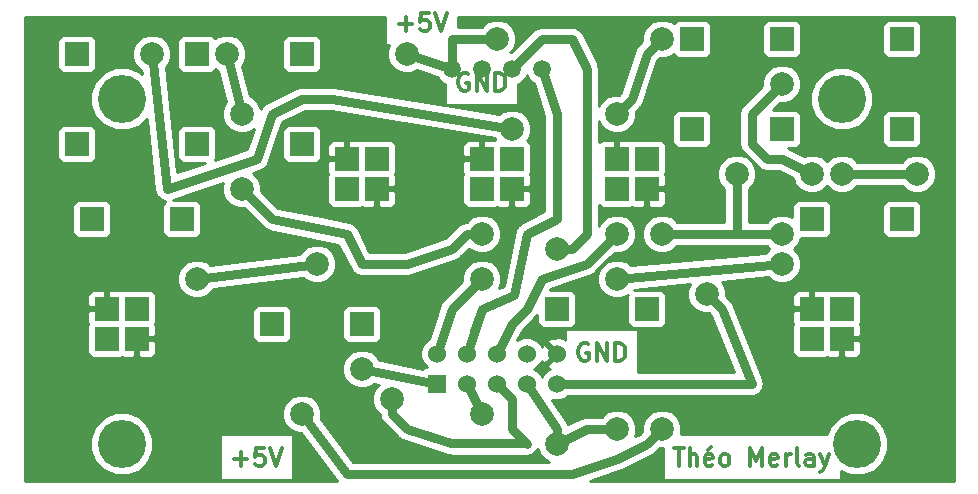
<source format=gtl>
G04 (created by PCBNEW (2013-07-07 BZR 4022)-stable) date 15/10/2017 18:41:22*
%MOIN*%
G04 Gerber Fmt 3.4, Leading zero omitted, Abs format*
%FSLAX34Y34*%
G01*
G70*
G90*
G04 APERTURE LIST*
%ADD10C,0.00590551*%
%ADD11C,0.011811*%
%ADD12R,0.0787402X0.0787402*%
%ADD13R,0.06X0.06*%
%ADD14C,0.06*%
%ADD15C,0.0590551*%
%ADD16C,0.16*%
%ADD17C,0.0787402*%
%ADD18C,0.0314961*%
%ADD19C,0.01*%
G04 APERTURE END LIST*
G54D10*
G54D11*
X45740Y-28514D02*
X46190Y-28514D01*
X45965Y-28739D02*
X45965Y-28289D01*
X46753Y-28148D02*
X46471Y-28148D01*
X46443Y-28429D01*
X46471Y-28401D01*
X46528Y-28373D01*
X46668Y-28373D01*
X46724Y-28401D01*
X46753Y-28429D01*
X46781Y-28485D01*
X46781Y-28626D01*
X46753Y-28682D01*
X46724Y-28710D01*
X46668Y-28739D01*
X46528Y-28739D01*
X46471Y-28710D01*
X46443Y-28682D01*
X46949Y-28148D02*
X47146Y-28739D01*
X47343Y-28148D01*
X53550Y-15676D02*
X53493Y-15648D01*
X53409Y-15648D01*
X53325Y-15676D01*
X53268Y-15732D01*
X53240Y-15789D01*
X53212Y-15901D01*
X53212Y-15985D01*
X53240Y-16098D01*
X53268Y-16154D01*
X53325Y-16210D01*
X53409Y-16239D01*
X53465Y-16239D01*
X53550Y-16210D01*
X53578Y-16182D01*
X53578Y-15985D01*
X53465Y-15985D01*
X53831Y-16239D02*
X53831Y-15648D01*
X54168Y-16239D01*
X54168Y-15648D01*
X54449Y-16239D02*
X54449Y-15648D01*
X54590Y-15648D01*
X54674Y-15676D01*
X54731Y-15732D01*
X54759Y-15789D01*
X54787Y-15901D01*
X54787Y-15985D01*
X54759Y-16098D01*
X54731Y-16154D01*
X54674Y-16210D01*
X54590Y-16239D01*
X54449Y-16239D01*
X57550Y-24676D02*
X57493Y-24648D01*
X57409Y-24648D01*
X57325Y-24676D01*
X57268Y-24732D01*
X57240Y-24789D01*
X57212Y-24901D01*
X57212Y-24985D01*
X57240Y-25098D01*
X57268Y-25154D01*
X57325Y-25210D01*
X57409Y-25239D01*
X57465Y-25239D01*
X57550Y-25210D01*
X57578Y-25182D01*
X57578Y-24985D01*
X57465Y-24985D01*
X57831Y-25239D02*
X57831Y-24648D01*
X58168Y-25239D01*
X58168Y-24648D01*
X58449Y-25239D02*
X58449Y-24648D01*
X58590Y-24648D01*
X58674Y-24676D01*
X58731Y-24732D01*
X58759Y-24789D01*
X58787Y-24901D01*
X58787Y-24985D01*
X58759Y-25098D01*
X58731Y-25154D01*
X58674Y-25210D01*
X58590Y-25239D01*
X58449Y-25239D01*
X51240Y-14014D02*
X51690Y-14014D01*
X51465Y-14239D02*
X51465Y-13789D01*
X52253Y-13648D02*
X51971Y-13648D01*
X51943Y-13929D01*
X51971Y-13901D01*
X52028Y-13873D01*
X52168Y-13873D01*
X52224Y-13901D01*
X52253Y-13929D01*
X52281Y-13985D01*
X52281Y-14126D01*
X52253Y-14182D01*
X52224Y-14210D01*
X52168Y-14239D01*
X52028Y-14239D01*
X51971Y-14210D01*
X51943Y-14182D01*
X52449Y-13648D02*
X52646Y-14239D01*
X52843Y-13648D01*
X60398Y-28148D02*
X60736Y-28148D01*
X60567Y-28739D02*
X60567Y-28148D01*
X60933Y-28739D02*
X60933Y-28148D01*
X61186Y-28739D02*
X61186Y-28429D01*
X61158Y-28373D01*
X61101Y-28345D01*
X61017Y-28345D01*
X60961Y-28373D01*
X60933Y-28401D01*
X61692Y-28710D02*
X61636Y-28739D01*
X61523Y-28739D01*
X61467Y-28710D01*
X61439Y-28654D01*
X61439Y-28429D01*
X61467Y-28373D01*
X61523Y-28345D01*
X61636Y-28345D01*
X61692Y-28373D01*
X61720Y-28429D01*
X61720Y-28485D01*
X61439Y-28542D01*
X61636Y-28120D02*
X61551Y-28204D01*
X62057Y-28739D02*
X62001Y-28710D01*
X61973Y-28682D01*
X61945Y-28626D01*
X61945Y-28457D01*
X61973Y-28401D01*
X62001Y-28373D01*
X62057Y-28345D01*
X62142Y-28345D01*
X62198Y-28373D01*
X62226Y-28401D01*
X62254Y-28457D01*
X62254Y-28626D01*
X62226Y-28682D01*
X62198Y-28710D01*
X62142Y-28739D01*
X62057Y-28739D01*
X62957Y-28739D02*
X62957Y-28148D01*
X63154Y-28570D01*
X63351Y-28148D01*
X63351Y-28739D01*
X63857Y-28710D02*
X63801Y-28739D01*
X63688Y-28739D01*
X63632Y-28710D01*
X63604Y-28654D01*
X63604Y-28429D01*
X63632Y-28373D01*
X63688Y-28345D01*
X63801Y-28345D01*
X63857Y-28373D01*
X63885Y-28429D01*
X63885Y-28485D01*
X63604Y-28542D01*
X64138Y-28739D02*
X64138Y-28345D01*
X64138Y-28457D02*
X64167Y-28401D01*
X64195Y-28373D01*
X64251Y-28345D01*
X64307Y-28345D01*
X64588Y-28739D02*
X64532Y-28710D01*
X64504Y-28654D01*
X64504Y-28148D01*
X65066Y-28739D02*
X65066Y-28429D01*
X65038Y-28373D01*
X64982Y-28345D01*
X64870Y-28345D01*
X64813Y-28373D01*
X65066Y-28710D02*
X65010Y-28739D01*
X64870Y-28739D01*
X64813Y-28710D01*
X64785Y-28654D01*
X64785Y-28598D01*
X64813Y-28542D01*
X64870Y-28514D01*
X65010Y-28514D01*
X65066Y-28485D01*
X65291Y-28345D02*
X65432Y-28739D01*
X65573Y-28345D02*
X65432Y-28739D01*
X65376Y-28879D01*
X65348Y-28907D01*
X65291Y-28935D01*
G54D12*
X47000Y-24000D03*
X50000Y-24000D03*
X48000Y-18000D03*
X48000Y-15000D03*
X64000Y-17500D03*
X64000Y-14500D03*
X68000Y-17500D03*
X68000Y-14500D03*
X41000Y-20500D03*
X44000Y-20500D03*
X44500Y-18000D03*
X44500Y-15000D03*
X61000Y-17500D03*
X61000Y-14500D03*
X56500Y-23500D03*
X59500Y-23500D03*
X65000Y-20500D03*
X68000Y-20500D03*
X40500Y-15000D03*
X40500Y-18000D03*
G54D13*
X52500Y-26000D03*
G54D14*
X52500Y-25000D03*
X53500Y-26000D03*
X53500Y-25000D03*
X54500Y-26000D03*
X54500Y-25000D03*
X55500Y-26000D03*
X55500Y-25000D03*
X56500Y-26000D03*
X56500Y-25000D03*
G54D15*
X53000Y-15500D03*
X54000Y-15500D03*
X55000Y-15500D03*
X56000Y-15500D03*
G54D12*
X49500Y-19500D03*
X49500Y-18500D03*
X50500Y-18500D03*
X50500Y-19500D03*
X41500Y-24500D03*
X41500Y-23500D03*
X42500Y-23500D03*
X42500Y-24500D03*
X58500Y-19500D03*
X58500Y-18500D03*
X59500Y-18500D03*
X59500Y-19500D03*
X65000Y-24500D03*
X65000Y-23500D03*
X66000Y-23500D03*
X66000Y-24500D03*
X54000Y-19500D03*
X54000Y-18500D03*
X55000Y-18500D03*
X55000Y-19500D03*
G54D16*
X42000Y-28000D03*
X66500Y-28000D03*
X66000Y-16500D03*
X42000Y-16500D03*
G54D17*
X60000Y-21000D03*
X64000Y-16000D03*
X65000Y-19000D03*
X64000Y-21000D03*
X62500Y-19000D03*
X54500Y-14500D03*
X66000Y-19000D03*
X68500Y-19000D03*
X50000Y-25500D03*
X51500Y-15000D03*
X54000Y-27000D03*
X64000Y-22000D03*
X58500Y-22500D03*
X51000Y-26500D03*
X44500Y-22500D03*
X48500Y-22000D03*
X58500Y-27500D03*
X56500Y-28000D03*
X61500Y-23000D03*
X58500Y-21000D03*
X55000Y-17500D03*
X43000Y-15000D03*
X48000Y-27000D03*
X60000Y-27500D03*
X56500Y-21500D03*
X54000Y-22500D03*
X58500Y-17000D03*
X60000Y-14500D03*
X45500Y-15000D03*
X46000Y-17000D03*
X46000Y-19500D03*
X54000Y-21000D03*
G54D18*
X60000Y-21000D02*
X62500Y-21000D01*
X63000Y-17000D02*
X64000Y-16000D01*
X63000Y-18000D02*
X63000Y-17000D01*
X63500Y-18500D02*
X63000Y-18000D01*
X64000Y-18500D02*
X63500Y-18500D01*
X65000Y-19000D02*
X64000Y-18500D01*
X63000Y-21000D02*
X64000Y-21000D01*
X62500Y-19000D02*
X62500Y-21000D01*
X62500Y-21000D02*
X63000Y-21000D01*
X63000Y-21000D02*
X63000Y-21000D01*
X63000Y-21000D02*
X63000Y-21000D01*
X52500Y-26000D02*
X52500Y-26000D01*
X53000Y-15500D02*
X53000Y-14500D01*
X53000Y-14500D02*
X54500Y-14500D01*
X53000Y-14500D02*
X53000Y-14500D01*
X68500Y-19000D02*
X66000Y-19000D01*
X52500Y-26000D02*
X52500Y-26000D01*
X52500Y-26000D02*
X50000Y-25500D01*
X51500Y-15000D02*
X53000Y-15500D01*
X54000Y-27000D02*
X53500Y-26000D01*
X64000Y-22000D02*
X58500Y-22500D01*
X55500Y-28000D02*
X55488Y-27988D01*
X55000Y-26500D02*
X55000Y-27000D01*
X55000Y-27000D02*
X55000Y-27500D01*
X55000Y-27500D02*
X55500Y-28000D01*
X54500Y-26000D02*
X55000Y-26500D01*
X51000Y-26500D02*
X51000Y-26500D01*
X51000Y-27000D02*
X51000Y-26500D01*
X51500Y-27500D02*
X51000Y-27000D01*
X52988Y-27988D02*
X51500Y-27500D01*
X55488Y-27988D02*
X52988Y-27988D01*
X51000Y-26500D02*
X51000Y-26500D01*
X44500Y-22500D02*
X48500Y-22000D01*
X57500Y-27500D02*
X56500Y-28000D01*
X58500Y-27500D02*
X57500Y-27500D01*
X56500Y-28000D02*
X56500Y-27500D01*
X55500Y-26000D02*
X56500Y-27500D01*
X63000Y-26000D02*
X56500Y-26000D01*
X62000Y-23500D02*
X63000Y-26000D01*
X61500Y-23000D02*
X62000Y-23500D01*
X57500Y-22000D02*
X56000Y-22500D01*
X55000Y-24000D02*
X54500Y-25000D01*
X55000Y-24000D02*
X55000Y-24000D01*
X55500Y-23500D02*
X55000Y-24000D01*
X56000Y-22500D02*
X55500Y-23500D01*
X56000Y-22500D02*
X56000Y-22500D01*
X57500Y-22000D02*
X57500Y-22000D01*
X58000Y-21500D02*
X57500Y-22000D01*
X57500Y-22000D02*
X57500Y-22000D01*
X58000Y-21500D02*
X58000Y-21500D01*
X58000Y-21500D02*
X58000Y-21500D01*
X58000Y-21500D02*
X58000Y-21500D01*
X58500Y-21000D02*
X58500Y-21000D01*
X58500Y-21000D02*
X58000Y-21500D01*
X58000Y-21500D02*
X58000Y-21500D01*
X58000Y-21500D02*
X58000Y-21500D01*
X58000Y-21500D02*
X58000Y-21500D01*
X58000Y-21500D02*
X58000Y-21500D01*
X58000Y-21500D02*
X58000Y-21500D01*
X43000Y-15000D02*
X43500Y-19500D01*
X43500Y-19500D02*
X46500Y-18500D01*
X46500Y-18500D02*
X47000Y-17000D01*
X47000Y-17000D02*
X48000Y-16500D01*
X48000Y-16500D02*
X49000Y-16500D01*
X49000Y-16500D02*
X55000Y-17500D01*
X59500Y-28000D02*
X59500Y-28000D01*
X49500Y-29000D02*
X48000Y-27000D01*
X52500Y-29000D02*
X49500Y-29000D01*
X53500Y-29000D02*
X52500Y-29000D01*
X55000Y-29000D02*
X53500Y-29000D01*
X55000Y-29000D02*
X55000Y-29000D01*
X57000Y-29000D02*
X55000Y-29000D01*
X58500Y-28500D02*
X57000Y-29000D01*
X59500Y-28000D02*
X58500Y-28500D01*
X60000Y-27500D02*
X59500Y-28000D01*
X59500Y-28000D02*
X59500Y-28000D01*
X60000Y-27500D02*
X60000Y-27500D01*
X60000Y-27500D02*
X60000Y-27500D01*
X55000Y-15500D02*
X56000Y-14500D01*
X56000Y-14500D02*
X57000Y-14500D01*
X57500Y-15500D02*
X57500Y-15500D01*
X57000Y-14500D02*
X57500Y-15500D01*
X53500Y-23000D02*
X53500Y-23000D01*
X57000Y-21500D02*
X56500Y-21500D01*
X57500Y-21000D02*
X57000Y-21500D01*
X57500Y-17500D02*
X57500Y-21000D01*
X57500Y-15500D02*
X57500Y-17500D01*
X54000Y-22500D02*
X53500Y-23000D01*
X53000Y-23500D02*
X52500Y-25000D01*
X53500Y-23000D02*
X53000Y-23500D01*
X55000Y-15500D02*
X55000Y-15500D01*
X53750Y-24250D02*
X54000Y-23500D01*
X54000Y-23500D02*
X54000Y-23500D01*
X54000Y-23500D02*
X53750Y-24250D01*
X56000Y-15500D02*
X56500Y-17000D01*
X56000Y-15500D02*
X56000Y-15500D01*
X56500Y-17000D02*
X56500Y-20500D01*
X56500Y-20500D02*
X55500Y-21000D01*
X55500Y-21000D02*
X55084Y-23023D01*
X55084Y-23023D02*
X54000Y-23500D01*
X54000Y-23500D02*
X54000Y-23500D01*
X54000Y-23500D02*
X53500Y-25000D01*
X59000Y-16500D02*
X58500Y-17000D01*
X59500Y-15000D02*
X59000Y-16500D01*
X60000Y-14500D02*
X59500Y-15000D01*
X46000Y-17000D02*
X45500Y-15000D01*
X47000Y-20500D02*
X46000Y-19500D01*
X49500Y-21000D02*
X47000Y-20500D01*
X50000Y-22000D02*
X49500Y-21000D01*
X50500Y-22000D02*
X50000Y-22000D01*
X51500Y-22000D02*
X50500Y-22000D01*
X53000Y-21500D02*
X51500Y-22000D01*
X53500Y-21000D02*
X53000Y-21500D01*
X54000Y-21000D02*
X53500Y-21000D01*
G54D10*
G36*
X56248Y-28592D02*
X55000Y-28592D01*
X53500Y-28592D01*
X52500Y-28592D01*
X49705Y-28592D01*
X49143Y-27844D01*
X49143Y-21872D01*
X49046Y-21635D01*
X48865Y-21454D01*
X48628Y-21356D01*
X48372Y-21356D01*
X48135Y-21453D01*
X47954Y-21634D01*
X47944Y-21660D01*
X44944Y-22034D01*
X44865Y-21954D01*
X44628Y-21856D01*
X44372Y-21856D01*
X44135Y-21953D01*
X43954Y-22134D01*
X43856Y-22371D01*
X43856Y-22627D01*
X43953Y-22864D01*
X44134Y-23045D01*
X44371Y-23143D01*
X44627Y-23143D01*
X44864Y-23046D01*
X45045Y-22865D01*
X45055Y-22841D01*
X48057Y-22467D01*
X48134Y-22545D01*
X48371Y-22643D01*
X48627Y-22643D01*
X48864Y-22546D01*
X49045Y-22365D01*
X49143Y-22128D01*
X49143Y-21872D01*
X49143Y-27844D01*
X48630Y-27160D01*
X48643Y-27128D01*
X48643Y-26872D01*
X48546Y-26635D01*
X48365Y-26454D01*
X48128Y-26356D01*
X47872Y-26356D01*
X47643Y-26450D01*
X47643Y-24344D01*
X47643Y-23556D01*
X47605Y-23464D01*
X47535Y-23394D01*
X47443Y-23356D01*
X47344Y-23356D01*
X46556Y-23356D01*
X46464Y-23394D01*
X46394Y-23464D01*
X46356Y-23556D01*
X46356Y-23655D01*
X46356Y-24443D01*
X46394Y-24535D01*
X46464Y-24605D01*
X46556Y-24643D01*
X46655Y-24643D01*
X47443Y-24643D01*
X47535Y-24605D01*
X47605Y-24535D01*
X47643Y-24443D01*
X47643Y-24344D01*
X47643Y-26450D01*
X47635Y-26453D01*
X47454Y-26634D01*
X47356Y-26871D01*
X47356Y-27127D01*
X47453Y-27364D01*
X47634Y-27545D01*
X47871Y-27643D01*
X47973Y-27643D01*
X49165Y-29230D01*
X47708Y-29230D01*
X47708Y-29222D01*
X47708Y-27659D01*
X45291Y-27659D01*
X45291Y-29222D01*
X47708Y-29222D01*
X47708Y-29230D01*
X43143Y-29230D01*
X43143Y-24844D01*
X43143Y-24155D01*
X43143Y-24056D01*
X43120Y-24000D01*
X43143Y-23943D01*
X43143Y-23844D01*
X43143Y-23056D01*
X43105Y-22964D01*
X43035Y-22894D01*
X42943Y-22856D01*
X42844Y-22856D01*
X42056Y-22856D01*
X42000Y-22879D01*
X41943Y-22856D01*
X41643Y-22856D01*
X41643Y-20844D01*
X41643Y-20056D01*
X41605Y-19964D01*
X41535Y-19894D01*
X41443Y-19856D01*
X41344Y-19856D01*
X41143Y-19856D01*
X41143Y-18344D01*
X41143Y-17556D01*
X41105Y-17464D01*
X41035Y-17394D01*
X40943Y-17356D01*
X40844Y-17356D01*
X40056Y-17356D01*
X39964Y-17394D01*
X39894Y-17464D01*
X39856Y-17556D01*
X39856Y-17655D01*
X39856Y-18443D01*
X39894Y-18535D01*
X39964Y-18605D01*
X40056Y-18643D01*
X40155Y-18643D01*
X40943Y-18643D01*
X41035Y-18605D01*
X41105Y-18535D01*
X41143Y-18443D01*
X41143Y-18344D01*
X41143Y-19856D01*
X40556Y-19856D01*
X40464Y-19894D01*
X40394Y-19964D01*
X40356Y-20056D01*
X40356Y-20155D01*
X40356Y-20943D01*
X40394Y-21035D01*
X40464Y-21105D01*
X40556Y-21143D01*
X40655Y-21143D01*
X41443Y-21143D01*
X41535Y-21105D01*
X41605Y-21035D01*
X41643Y-20943D01*
X41643Y-20844D01*
X41643Y-22856D01*
X41612Y-22856D01*
X41550Y-22918D01*
X41550Y-23450D01*
X41557Y-23450D01*
X41557Y-23550D01*
X41550Y-23550D01*
X41550Y-23557D01*
X41450Y-23557D01*
X41450Y-23550D01*
X41450Y-23450D01*
X41450Y-22918D01*
X41387Y-22856D01*
X41056Y-22856D01*
X40964Y-22894D01*
X40894Y-22964D01*
X40856Y-23056D01*
X40856Y-23155D01*
X40856Y-23387D01*
X40918Y-23450D01*
X41450Y-23450D01*
X41450Y-23550D01*
X40918Y-23550D01*
X40856Y-23612D01*
X40856Y-23844D01*
X40856Y-23943D01*
X40879Y-24000D01*
X40856Y-24056D01*
X40856Y-24155D01*
X40856Y-24943D01*
X40894Y-25035D01*
X40964Y-25105D01*
X41056Y-25143D01*
X41155Y-25143D01*
X41943Y-25143D01*
X42000Y-25120D01*
X42056Y-25143D01*
X42387Y-25143D01*
X42450Y-25081D01*
X42450Y-24550D01*
X42442Y-24550D01*
X42442Y-24450D01*
X42450Y-24450D01*
X42450Y-24442D01*
X42550Y-24442D01*
X42550Y-24450D01*
X43081Y-24450D01*
X43143Y-24387D01*
X43143Y-24155D01*
X43143Y-24844D01*
X43143Y-24612D01*
X43081Y-24550D01*
X42550Y-24550D01*
X42550Y-25081D01*
X42612Y-25143D01*
X42943Y-25143D01*
X43035Y-25105D01*
X43105Y-25035D01*
X43143Y-24943D01*
X43143Y-24844D01*
X43143Y-29230D01*
X43050Y-29230D01*
X43050Y-27792D01*
X42890Y-27406D01*
X42595Y-27110D01*
X42209Y-26950D01*
X41792Y-26949D01*
X41406Y-27109D01*
X41110Y-27404D01*
X40950Y-27790D01*
X40949Y-28207D01*
X41109Y-28594D01*
X41404Y-28889D01*
X41790Y-29049D01*
X42207Y-29050D01*
X42594Y-28890D01*
X42889Y-28595D01*
X43049Y-28209D01*
X43050Y-27792D01*
X43050Y-29230D01*
X38769Y-29230D01*
X38769Y-13769D01*
X50791Y-13769D01*
X50791Y-14722D01*
X50918Y-14722D01*
X50856Y-14871D01*
X50856Y-15127D01*
X50953Y-15364D01*
X51134Y-15545D01*
X51371Y-15643D01*
X51627Y-15643D01*
X51858Y-15548D01*
X52521Y-15769D01*
X52537Y-15808D01*
X52690Y-15961D01*
X52791Y-16003D01*
X52791Y-16721D01*
X49067Y-16098D01*
X49033Y-16099D01*
X49000Y-16092D01*
X48643Y-16092D01*
X48643Y-15344D01*
X48643Y-14556D01*
X48605Y-14464D01*
X48535Y-14394D01*
X48443Y-14356D01*
X48344Y-14356D01*
X47556Y-14356D01*
X47464Y-14394D01*
X47394Y-14464D01*
X47356Y-14556D01*
X47356Y-14655D01*
X47356Y-15443D01*
X47394Y-15535D01*
X47464Y-15605D01*
X47556Y-15643D01*
X47655Y-15643D01*
X48443Y-15643D01*
X48535Y-15605D01*
X48605Y-15535D01*
X48643Y-15443D01*
X48643Y-15344D01*
X48643Y-16092D01*
X48000Y-16092D01*
X47987Y-16095D01*
X47970Y-16092D01*
X47898Y-16112D01*
X47844Y-16123D01*
X47833Y-16130D01*
X47817Y-16135D01*
X46820Y-16634D01*
X46816Y-16635D01*
X46691Y-16732D01*
X46630Y-16839D01*
X46546Y-16635D01*
X46365Y-16454D01*
X46273Y-16416D01*
X46017Y-15392D01*
X46045Y-15365D01*
X46143Y-15128D01*
X46143Y-14872D01*
X46046Y-14635D01*
X45865Y-14454D01*
X45628Y-14356D01*
X45372Y-14356D01*
X45135Y-14453D01*
X45111Y-14478D01*
X45105Y-14464D01*
X45035Y-14394D01*
X44943Y-14356D01*
X44844Y-14356D01*
X44056Y-14356D01*
X43964Y-14394D01*
X43894Y-14464D01*
X43856Y-14556D01*
X43856Y-14655D01*
X43856Y-15443D01*
X43894Y-15535D01*
X43964Y-15605D01*
X44056Y-15643D01*
X44155Y-15643D01*
X44943Y-15643D01*
X45035Y-15605D01*
X45105Y-15535D01*
X45111Y-15521D01*
X45134Y-15545D01*
X45225Y-15582D01*
X45481Y-16608D01*
X45454Y-16634D01*
X45356Y-16871D01*
X45356Y-17127D01*
X45453Y-17364D01*
X45634Y-17545D01*
X45871Y-17643D01*
X46127Y-17643D01*
X46364Y-17546D01*
X46399Y-17510D01*
X46176Y-18180D01*
X45104Y-18536D01*
X45105Y-18535D01*
X45143Y-18443D01*
X45143Y-18344D01*
X45143Y-17556D01*
X45105Y-17464D01*
X45035Y-17394D01*
X44943Y-17356D01*
X44844Y-17356D01*
X44056Y-17356D01*
X43964Y-17394D01*
X43894Y-17464D01*
X43856Y-17556D01*
X43856Y-17655D01*
X43856Y-18443D01*
X43894Y-18535D01*
X43964Y-18605D01*
X44056Y-18643D01*
X44155Y-18643D01*
X44783Y-18643D01*
X43846Y-18955D01*
X43459Y-15450D01*
X43545Y-15365D01*
X43643Y-15128D01*
X43643Y-14872D01*
X43546Y-14635D01*
X43365Y-14454D01*
X43128Y-14356D01*
X42872Y-14356D01*
X42635Y-14453D01*
X42454Y-14634D01*
X42356Y-14871D01*
X42356Y-15127D01*
X42453Y-15364D01*
X42634Y-15545D01*
X42650Y-15552D01*
X42665Y-15680D01*
X42595Y-15610D01*
X42209Y-15450D01*
X41792Y-15449D01*
X41406Y-15609D01*
X41143Y-15871D01*
X41143Y-15344D01*
X41143Y-14556D01*
X41105Y-14464D01*
X41035Y-14394D01*
X40943Y-14356D01*
X40844Y-14356D01*
X40056Y-14356D01*
X39964Y-14394D01*
X39894Y-14464D01*
X39856Y-14556D01*
X39856Y-14655D01*
X39856Y-15443D01*
X39894Y-15535D01*
X39964Y-15605D01*
X40056Y-15643D01*
X40155Y-15643D01*
X40943Y-15643D01*
X41035Y-15605D01*
X41105Y-15535D01*
X41143Y-15443D01*
X41143Y-15344D01*
X41143Y-15871D01*
X41110Y-15904D01*
X40950Y-16290D01*
X40949Y-16707D01*
X41109Y-17094D01*
X41404Y-17389D01*
X41790Y-17549D01*
X42207Y-17550D01*
X42594Y-17390D01*
X42828Y-17156D01*
X43091Y-19545D01*
X43110Y-19602D01*
X43113Y-19628D01*
X43124Y-19647D01*
X43139Y-19696D01*
X43177Y-19742D01*
X43192Y-19766D01*
X43211Y-19781D01*
X43242Y-19818D01*
X43291Y-19843D01*
X43317Y-19864D01*
X43345Y-19871D01*
X43383Y-19891D01*
X43432Y-19895D01*
X43456Y-19902D01*
X43394Y-19964D01*
X43356Y-20056D01*
X43356Y-20155D01*
X43356Y-20943D01*
X43394Y-21035D01*
X43464Y-21105D01*
X43556Y-21143D01*
X43655Y-21143D01*
X44443Y-21143D01*
X44535Y-21105D01*
X44605Y-21035D01*
X44643Y-20943D01*
X44643Y-20844D01*
X44643Y-20056D01*
X44605Y-19964D01*
X44535Y-19894D01*
X44443Y-19856D01*
X44344Y-19856D01*
X43719Y-19856D01*
X45385Y-19302D01*
X45356Y-19371D01*
X45356Y-19627D01*
X45453Y-19864D01*
X45634Y-20045D01*
X45871Y-20143D01*
X46067Y-20143D01*
X46711Y-20788D01*
X46745Y-20810D01*
X46773Y-20838D01*
X46810Y-20854D01*
X46844Y-20876D01*
X46883Y-20884D01*
X46920Y-20899D01*
X49224Y-21360D01*
X49636Y-22182D01*
X49670Y-22226D01*
X49711Y-22288D01*
X49725Y-22297D01*
X49733Y-22307D01*
X49783Y-22335D01*
X49844Y-22376D01*
X49860Y-22379D01*
X49871Y-22386D01*
X49930Y-22393D01*
X50000Y-22407D01*
X50500Y-22407D01*
X51500Y-22407D01*
X51563Y-22394D01*
X51628Y-22386D01*
X53128Y-21887D01*
X53144Y-21878D01*
X53155Y-21876D01*
X53199Y-21847D01*
X53267Y-21808D01*
X53277Y-21794D01*
X53288Y-21788D01*
X53582Y-21493D01*
X53634Y-21545D01*
X53871Y-21643D01*
X54127Y-21643D01*
X54364Y-21546D01*
X54545Y-21365D01*
X54643Y-21128D01*
X54643Y-20872D01*
X54546Y-20635D01*
X54365Y-20454D01*
X54128Y-20356D01*
X53872Y-20356D01*
X53635Y-20453D01*
X53496Y-20593D01*
X53344Y-20623D01*
X53291Y-20658D01*
X53211Y-20711D01*
X53211Y-20711D01*
X52778Y-21145D01*
X51434Y-21592D01*
X51143Y-21592D01*
X51143Y-19844D01*
X51143Y-19155D01*
X51143Y-19056D01*
X51120Y-19000D01*
X51143Y-18943D01*
X51143Y-18844D01*
X51143Y-18056D01*
X51105Y-17964D01*
X51035Y-17894D01*
X50943Y-17856D01*
X50844Y-17856D01*
X50056Y-17856D01*
X50000Y-17879D01*
X49943Y-17856D01*
X49612Y-17856D01*
X49550Y-17918D01*
X49550Y-18450D01*
X49557Y-18450D01*
X49557Y-18550D01*
X49550Y-18550D01*
X49550Y-18557D01*
X49450Y-18557D01*
X49450Y-18550D01*
X49450Y-18450D01*
X49450Y-17918D01*
X49387Y-17856D01*
X49056Y-17856D01*
X48964Y-17894D01*
X48894Y-17964D01*
X48856Y-18056D01*
X48856Y-18155D01*
X48856Y-18387D01*
X48918Y-18450D01*
X49450Y-18450D01*
X49450Y-18550D01*
X48918Y-18550D01*
X48856Y-18612D01*
X48856Y-18844D01*
X48856Y-18943D01*
X48879Y-19000D01*
X48856Y-19056D01*
X48856Y-19155D01*
X48856Y-19943D01*
X48894Y-20035D01*
X48964Y-20105D01*
X49056Y-20143D01*
X49155Y-20143D01*
X49943Y-20143D01*
X50000Y-20120D01*
X50056Y-20143D01*
X50387Y-20143D01*
X50450Y-20081D01*
X50450Y-19550D01*
X50442Y-19550D01*
X50442Y-19450D01*
X50450Y-19450D01*
X50450Y-19442D01*
X50550Y-19442D01*
X50550Y-19450D01*
X51081Y-19450D01*
X51143Y-19387D01*
X51143Y-19155D01*
X51143Y-19844D01*
X51143Y-19612D01*
X51081Y-19550D01*
X50550Y-19550D01*
X50550Y-20081D01*
X50612Y-20143D01*
X50943Y-20143D01*
X51035Y-20105D01*
X51105Y-20035D01*
X51143Y-19943D01*
X51143Y-19844D01*
X51143Y-21592D01*
X50500Y-21592D01*
X50252Y-21592D01*
X49864Y-20817D01*
X49849Y-20798D01*
X49839Y-20773D01*
X49798Y-20732D01*
X49766Y-20692D01*
X49745Y-20680D01*
X49726Y-20660D01*
X49673Y-20638D01*
X49628Y-20613D01*
X49604Y-20610D01*
X49579Y-20599D01*
X48643Y-20412D01*
X48643Y-18344D01*
X48643Y-17556D01*
X48605Y-17464D01*
X48535Y-17394D01*
X48443Y-17356D01*
X48344Y-17356D01*
X47556Y-17356D01*
X47464Y-17394D01*
X47394Y-17464D01*
X47356Y-17556D01*
X47356Y-17655D01*
X47356Y-18443D01*
X47394Y-18535D01*
X47464Y-18605D01*
X47556Y-18643D01*
X47655Y-18643D01*
X48443Y-18643D01*
X48535Y-18605D01*
X48605Y-18535D01*
X48643Y-18443D01*
X48643Y-18344D01*
X48643Y-20412D01*
X47200Y-20124D01*
X46643Y-19567D01*
X46643Y-19372D01*
X46546Y-19135D01*
X46381Y-18970D01*
X46629Y-18888D01*
X46661Y-18870D01*
X46682Y-18864D01*
X46712Y-18841D01*
X46767Y-18809D01*
X46789Y-18780D01*
X46807Y-18766D01*
X46827Y-18732D01*
X46864Y-18684D01*
X46874Y-18650D01*
X46886Y-18628D01*
X47332Y-17289D01*
X48094Y-16907D01*
X48966Y-16907D01*
X54436Y-17822D01*
X54452Y-17859D01*
X54443Y-17856D01*
X54112Y-17856D01*
X54050Y-17918D01*
X54050Y-18450D01*
X54057Y-18450D01*
X54057Y-18550D01*
X54050Y-18550D01*
X54050Y-18557D01*
X53950Y-18557D01*
X53950Y-18550D01*
X53950Y-18450D01*
X53950Y-17918D01*
X53887Y-17856D01*
X53556Y-17856D01*
X53464Y-17894D01*
X53394Y-17964D01*
X53356Y-18056D01*
X53356Y-18155D01*
X53356Y-18387D01*
X53418Y-18450D01*
X53950Y-18450D01*
X53950Y-18550D01*
X53418Y-18550D01*
X53356Y-18612D01*
X53356Y-18844D01*
X53356Y-18943D01*
X53379Y-19000D01*
X53356Y-19056D01*
X53356Y-19155D01*
X53356Y-19943D01*
X53394Y-20035D01*
X53464Y-20105D01*
X53556Y-20143D01*
X53655Y-20143D01*
X54443Y-20143D01*
X54500Y-20120D01*
X54556Y-20143D01*
X54887Y-20143D01*
X54950Y-20081D01*
X54950Y-19550D01*
X54942Y-19550D01*
X54942Y-19450D01*
X54950Y-19450D01*
X54950Y-19442D01*
X55050Y-19442D01*
X55050Y-19450D01*
X55581Y-19450D01*
X55643Y-19387D01*
X55643Y-19155D01*
X55643Y-19056D01*
X55620Y-19000D01*
X55643Y-18943D01*
X55643Y-18844D01*
X55643Y-18056D01*
X55605Y-17964D01*
X55535Y-17894D01*
X55521Y-17888D01*
X55545Y-17865D01*
X55643Y-17628D01*
X55643Y-17372D01*
X55546Y-17135D01*
X55365Y-16954D01*
X55128Y-16856D01*
X54872Y-16856D01*
X54635Y-16953D01*
X54570Y-17019D01*
X52798Y-16722D01*
X55208Y-16722D01*
X55208Y-16003D01*
X55308Y-15962D01*
X55461Y-15809D01*
X55499Y-15717D01*
X55537Y-15808D01*
X55690Y-15961D01*
X55729Y-15978D01*
X56092Y-17069D01*
X56092Y-20247D01*
X55643Y-20472D01*
X55643Y-19844D01*
X55643Y-19612D01*
X55581Y-19550D01*
X55050Y-19550D01*
X55050Y-20081D01*
X55112Y-20143D01*
X55443Y-20143D01*
X55535Y-20105D01*
X55605Y-20035D01*
X55643Y-19943D01*
X55643Y-19844D01*
X55643Y-20472D01*
X55317Y-20635D01*
X55298Y-20650D01*
X55275Y-20659D01*
X55235Y-20699D01*
X55192Y-20733D01*
X55180Y-20754D01*
X55162Y-20771D01*
X55140Y-20823D01*
X55113Y-20871D01*
X55110Y-20895D01*
X55100Y-20918D01*
X54727Y-22735D01*
X54570Y-22804D01*
X54643Y-22628D01*
X54643Y-22372D01*
X54546Y-22135D01*
X54365Y-21954D01*
X54128Y-21856D01*
X53872Y-21856D01*
X53635Y-21953D01*
X53454Y-22134D01*
X53356Y-22371D01*
X53356Y-22567D01*
X53211Y-22711D01*
X53211Y-22711D01*
X52711Y-23211D01*
X52705Y-23222D01*
X52691Y-23232D01*
X52652Y-23300D01*
X52623Y-23344D01*
X52621Y-23355D01*
X52612Y-23371D01*
X52231Y-24515D01*
X52188Y-24533D01*
X52034Y-24688D01*
X51950Y-24890D01*
X51949Y-25108D01*
X52033Y-25311D01*
X52172Y-25449D01*
X52150Y-25449D01*
X52058Y-25487D01*
X52052Y-25494D01*
X50643Y-25213D01*
X50643Y-24344D01*
X50643Y-23556D01*
X50605Y-23464D01*
X50535Y-23394D01*
X50443Y-23356D01*
X50344Y-23356D01*
X49556Y-23356D01*
X49464Y-23394D01*
X49394Y-23464D01*
X49356Y-23556D01*
X49356Y-23655D01*
X49356Y-24443D01*
X49394Y-24535D01*
X49464Y-24605D01*
X49556Y-24643D01*
X49655Y-24643D01*
X50443Y-24643D01*
X50535Y-24605D01*
X50605Y-24535D01*
X50643Y-24443D01*
X50643Y-24344D01*
X50643Y-25213D01*
X50572Y-25198D01*
X50546Y-25135D01*
X50365Y-24954D01*
X50128Y-24856D01*
X49872Y-24856D01*
X49635Y-24953D01*
X49454Y-25134D01*
X49356Y-25371D01*
X49356Y-25627D01*
X49453Y-25864D01*
X49634Y-26045D01*
X49871Y-26143D01*
X50127Y-26143D01*
X50364Y-26046D01*
X50412Y-25997D01*
X50561Y-26027D01*
X50454Y-26134D01*
X50356Y-26371D01*
X50356Y-26627D01*
X50453Y-26864D01*
X50593Y-27003D01*
X50623Y-27155D01*
X50711Y-27288D01*
X51211Y-27788D01*
X51224Y-27796D01*
X51234Y-27808D01*
X51290Y-27840D01*
X51344Y-27876D01*
X51359Y-27879D01*
X51372Y-27887D01*
X52860Y-28376D01*
X52938Y-28385D01*
X52988Y-28395D01*
X55440Y-28395D01*
X55500Y-28407D01*
X55655Y-28376D01*
X55788Y-28288D01*
X55871Y-28163D01*
X55953Y-28364D01*
X56134Y-28545D01*
X56248Y-28592D01*
X56248Y-28592D01*
G37*
G54D19*
X56248Y-28592D02*
X55000Y-28592D01*
X53500Y-28592D01*
X52500Y-28592D01*
X49705Y-28592D01*
X49143Y-27844D01*
X49143Y-21872D01*
X49046Y-21635D01*
X48865Y-21454D01*
X48628Y-21356D01*
X48372Y-21356D01*
X48135Y-21453D01*
X47954Y-21634D01*
X47944Y-21660D01*
X44944Y-22034D01*
X44865Y-21954D01*
X44628Y-21856D01*
X44372Y-21856D01*
X44135Y-21953D01*
X43954Y-22134D01*
X43856Y-22371D01*
X43856Y-22627D01*
X43953Y-22864D01*
X44134Y-23045D01*
X44371Y-23143D01*
X44627Y-23143D01*
X44864Y-23046D01*
X45045Y-22865D01*
X45055Y-22841D01*
X48057Y-22467D01*
X48134Y-22545D01*
X48371Y-22643D01*
X48627Y-22643D01*
X48864Y-22546D01*
X49045Y-22365D01*
X49143Y-22128D01*
X49143Y-21872D01*
X49143Y-27844D01*
X48630Y-27160D01*
X48643Y-27128D01*
X48643Y-26872D01*
X48546Y-26635D01*
X48365Y-26454D01*
X48128Y-26356D01*
X47872Y-26356D01*
X47643Y-26450D01*
X47643Y-24344D01*
X47643Y-23556D01*
X47605Y-23464D01*
X47535Y-23394D01*
X47443Y-23356D01*
X47344Y-23356D01*
X46556Y-23356D01*
X46464Y-23394D01*
X46394Y-23464D01*
X46356Y-23556D01*
X46356Y-23655D01*
X46356Y-24443D01*
X46394Y-24535D01*
X46464Y-24605D01*
X46556Y-24643D01*
X46655Y-24643D01*
X47443Y-24643D01*
X47535Y-24605D01*
X47605Y-24535D01*
X47643Y-24443D01*
X47643Y-24344D01*
X47643Y-26450D01*
X47635Y-26453D01*
X47454Y-26634D01*
X47356Y-26871D01*
X47356Y-27127D01*
X47453Y-27364D01*
X47634Y-27545D01*
X47871Y-27643D01*
X47973Y-27643D01*
X49165Y-29230D01*
X47708Y-29230D01*
X47708Y-29222D01*
X47708Y-27659D01*
X45291Y-27659D01*
X45291Y-29222D01*
X47708Y-29222D01*
X47708Y-29230D01*
X43143Y-29230D01*
X43143Y-24844D01*
X43143Y-24155D01*
X43143Y-24056D01*
X43120Y-24000D01*
X43143Y-23943D01*
X43143Y-23844D01*
X43143Y-23056D01*
X43105Y-22964D01*
X43035Y-22894D01*
X42943Y-22856D01*
X42844Y-22856D01*
X42056Y-22856D01*
X42000Y-22879D01*
X41943Y-22856D01*
X41643Y-22856D01*
X41643Y-20844D01*
X41643Y-20056D01*
X41605Y-19964D01*
X41535Y-19894D01*
X41443Y-19856D01*
X41344Y-19856D01*
X41143Y-19856D01*
X41143Y-18344D01*
X41143Y-17556D01*
X41105Y-17464D01*
X41035Y-17394D01*
X40943Y-17356D01*
X40844Y-17356D01*
X40056Y-17356D01*
X39964Y-17394D01*
X39894Y-17464D01*
X39856Y-17556D01*
X39856Y-17655D01*
X39856Y-18443D01*
X39894Y-18535D01*
X39964Y-18605D01*
X40056Y-18643D01*
X40155Y-18643D01*
X40943Y-18643D01*
X41035Y-18605D01*
X41105Y-18535D01*
X41143Y-18443D01*
X41143Y-18344D01*
X41143Y-19856D01*
X40556Y-19856D01*
X40464Y-19894D01*
X40394Y-19964D01*
X40356Y-20056D01*
X40356Y-20155D01*
X40356Y-20943D01*
X40394Y-21035D01*
X40464Y-21105D01*
X40556Y-21143D01*
X40655Y-21143D01*
X41443Y-21143D01*
X41535Y-21105D01*
X41605Y-21035D01*
X41643Y-20943D01*
X41643Y-20844D01*
X41643Y-22856D01*
X41612Y-22856D01*
X41550Y-22918D01*
X41550Y-23450D01*
X41557Y-23450D01*
X41557Y-23550D01*
X41550Y-23550D01*
X41550Y-23557D01*
X41450Y-23557D01*
X41450Y-23550D01*
X41450Y-23450D01*
X41450Y-22918D01*
X41387Y-22856D01*
X41056Y-22856D01*
X40964Y-22894D01*
X40894Y-22964D01*
X40856Y-23056D01*
X40856Y-23155D01*
X40856Y-23387D01*
X40918Y-23450D01*
X41450Y-23450D01*
X41450Y-23550D01*
X40918Y-23550D01*
X40856Y-23612D01*
X40856Y-23844D01*
X40856Y-23943D01*
X40879Y-24000D01*
X40856Y-24056D01*
X40856Y-24155D01*
X40856Y-24943D01*
X40894Y-25035D01*
X40964Y-25105D01*
X41056Y-25143D01*
X41155Y-25143D01*
X41943Y-25143D01*
X42000Y-25120D01*
X42056Y-25143D01*
X42387Y-25143D01*
X42450Y-25081D01*
X42450Y-24550D01*
X42442Y-24550D01*
X42442Y-24450D01*
X42450Y-24450D01*
X42450Y-24442D01*
X42550Y-24442D01*
X42550Y-24450D01*
X43081Y-24450D01*
X43143Y-24387D01*
X43143Y-24155D01*
X43143Y-24844D01*
X43143Y-24612D01*
X43081Y-24550D01*
X42550Y-24550D01*
X42550Y-25081D01*
X42612Y-25143D01*
X42943Y-25143D01*
X43035Y-25105D01*
X43105Y-25035D01*
X43143Y-24943D01*
X43143Y-24844D01*
X43143Y-29230D01*
X43050Y-29230D01*
X43050Y-27792D01*
X42890Y-27406D01*
X42595Y-27110D01*
X42209Y-26950D01*
X41792Y-26949D01*
X41406Y-27109D01*
X41110Y-27404D01*
X40950Y-27790D01*
X40949Y-28207D01*
X41109Y-28594D01*
X41404Y-28889D01*
X41790Y-29049D01*
X42207Y-29050D01*
X42594Y-28890D01*
X42889Y-28595D01*
X43049Y-28209D01*
X43050Y-27792D01*
X43050Y-29230D01*
X38769Y-29230D01*
X38769Y-13769D01*
X50791Y-13769D01*
X50791Y-14722D01*
X50918Y-14722D01*
X50856Y-14871D01*
X50856Y-15127D01*
X50953Y-15364D01*
X51134Y-15545D01*
X51371Y-15643D01*
X51627Y-15643D01*
X51858Y-15548D01*
X52521Y-15769D01*
X52537Y-15808D01*
X52690Y-15961D01*
X52791Y-16003D01*
X52791Y-16721D01*
X49067Y-16098D01*
X49033Y-16099D01*
X49000Y-16092D01*
X48643Y-16092D01*
X48643Y-15344D01*
X48643Y-14556D01*
X48605Y-14464D01*
X48535Y-14394D01*
X48443Y-14356D01*
X48344Y-14356D01*
X47556Y-14356D01*
X47464Y-14394D01*
X47394Y-14464D01*
X47356Y-14556D01*
X47356Y-14655D01*
X47356Y-15443D01*
X47394Y-15535D01*
X47464Y-15605D01*
X47556Y-15643D01*
X47655Y-15643D01*
X48443Y-15643D01*
X48535Y-15605D01*
X48605Y-15535D01*
X48643Y-15443D01*
X48643Y-15344D01*
X48643Y-16092D01*
X48000Y-16092D01*
X47987Y-16095D01*
X47970Y-16092D01*
X47898Y-16112D01*
X47844Y-16123D01*
X47833Y-16130D01*
X47817Y-16135D01*
X46820Y-16634D01*
X46816Y-16635D01*
X46691Y-16732D01*
X46630Y-16839D01*
X46546Y-16635D01*
X46365Y-16454D01*
X46273Y-16416D01*
X46017Y-15392D01*
X46045Y-15365D01*
X46143Y-15128D01*
X46143Y-14872D01*
X46046Y-14635D01*
X45865Y-14454D01*
X45628Y-14356D01*
X45372Y-14356D01*
X45135Y-14453D01*
X45111Y-14478D01*
X45105Y-14464D01*
X45035Y-14394D01*
X44943Y-14356D01*
X44844Y-14356D01*
X44056Y-14356D01*
X43964Y-14394D01*
X43894Y-14464D01*
X43856Y-14556D01*
X43856Y-14655D01*
X43856Y-15443D01*
X43894Y-15535D01*
X43964Y-15605D01*
X44056Y-15643D01*
X44155Y-15643D01*
X44943Y-15643D01*
X45035Y-15605D01*
X45105Y-15535D01*
X45111Y-15521D01*
X45134Y-15545D01*
X45225Y-15582D01*
X45481Y-16608D01*
X45454Y-16634D01*
X45356Y-16871D01*
X45356Y-17127D01*
X45453Y-17364D01*
X45634Y-17545D01*
X45871Y-17643D01*
X46127Y-17643D01*
X46364Y-17546D01*
X46399Y-17510D01*
X46176Y-18180D01*
X45104Y-18536D01*
X45105Y-18535D01*
X45143Y-18443D01*
X45143Y-18344D01*
X45143Y-17556D01*
X45105Y-17464D01*
X45035Y-17394D01*
X44943Y-17356D01*
X44844Y-17356D01*
X44056Y-17356D01*
X43964Y-17394D01*
X43894Y-17464D01*
X43856Y-17556D01*
X43856Y-17655D01*
X43856Y-18443D01*
X43894Y-18535D01*
X43964Y-18605D01*
X44056Y-18643D01*
X44155Y-18643D01*
X44783Y-18643D01*
X43846Y-18955D01*
X43459Y-15450D01*
X43545Y-15365D01*
X43643Y-15128D01*
X43643Y-14872D01*
X43546Y-14635D01*
X43365Y-14454D01*
X43128Y-14356D01*
X42872Y-14356D01*
X42635Y-14453D01*
X42454Y-14634D01*
X42356Y-14871D01*
X42356Y-15127D01*
X42453Y-15364D01*
X42634Y-15545D01*
X42650Y-15552D01*
X42665Y-15680D01*
X42595Y-15610D01*
X42209Y-15450D01*
X41792Y-15449D01*
X41406Y-15609D01*
X41143Y-15871D01*
X41143Y-15344D01*
X41143Y-14556D01*
X41105Y-14464D01*
X41035Y-14394D01*
X40943Y-14356D01*
X40844Y-14356D01*
X40056Y-14356D01*
X39964Y-14394D01*
X39894Y-14464D01*
X39856Y-14556D01*
X39856Y-14655D01*
X39856Y-15443D01*
X39894Y-15535D01*
X39964Y-15605D01*
X40056Y-15643D01*
X40155Y-15643D01*
X40943Y-15643D01*
X41035Y-15605D01*
X41105Y-15535D01*
X41143Y-15443D01*
X41143Y-15344D01*
X41143Y-15871D01*
X41110Y-15904D01*
X40950Y-16290D01*
X40949Y-16707D01*
X41109Y-17094D01*
X41404Y-17389D01*
X41790Y-17549D01*
X42207Y-17550D01*
X42594Y-17390D01*
X42828Y-17156D01*
X43091Y-19545D01*
X43110Y-19602D01*
X43113Y-19628D01*
X43124Y-19647D01*
X43139Y-19696D01*
X43177Y-19742D01*
X43192Y-19766D01*
X43211Y-19781D01*
X43242Y-19818D01*
X43291Y-19843D01*
X43317Y-19864D01*
X43345Y-19871D01*
X43383Y-19891D01*
X43432Y-19895D01*
X43456Y-19902D01*
X43394Y-19964D01*
X43356Y-20056D01*
X43356Y-20155D01*
X43356Y-20943D01*
X43394Y-21035D01*
X43464Y-21105D01*
X43556Y-21143D01*
X43655Y-21143D01*
X44443Y-21143D01*
X44535Y-21105D01*
X44605Y-21035D01*
X44643Y-20943D01*
X44643Y-20844D01*
X44643Y-20056D01*
X44605Y-19964D01*
X44535Y-19894D01*
X44443Y-19856D01*
X44344Y-19856D01*
X43719Y-19856D01*
X45385Y-19302D01*
X45356Y-19371D01*
X45356Y-19627D01*
X45453Y-19864D01*
X45634Y-20045D01*
X45871Y-20143D01*
X46067Y-20143D01*
X46711Y-20788D01*
X46745Y-20810D01*
X46773Y-20838D01*
X46810Y-20854D01*
X46844Y-20876D01*
X46883Y-20884D01*
X46920Y-20899D01*
X49224Y-21360D01*
X49636Y-22182D01*
X49670Y-22226D01*
X49711Y-22288D01*
X49725Y-22297D01*
X49733Y-22307D01*
X49783Y-22335D01*
X49844Y-22376D01*
X49860Y-22379D01*
X49871Y-22386D01*
X49930Y-22393D01*
X50000Y-22407D01*
X50500Y-22407D01*
X51500Y-22407D01*
X51563Y-22394D01*
X51628Y-22386D01*
X53128Y-21887D01*
X53144Y-21878D01*
X53155Y-21876D01*
X53199Y-21847D01*
X53267Y-21808D01*
X53277Y-21794D01*
X53288Y-21788D01*
X53582Y-21493D01*
X53634Y-21545D01*
X53871Y-21643D01*
X54127Y-21643D01*
X54364Y-21546D01*
X54545Y-21365D01*
X54643Y-21128D01*
X54643Y-20872D01*
X54546Y-20635D01*
X54365Y-20454D01*
X54128Y-20356D01*
X53872Y-20356D01*
X53635Y-20453D01*
X53496Y-20593D01*
X53344Y-20623D01*
X53291Y-20658D01*
X53211Y-20711D01*
X53211Y-20711D01*
X52778Y-21145D01*
X51434Y-21592D01*
X51143Y-21592D01*
X51143Y-19844D01*
X51143Y-19155D01*
X51143Y-19056D01*
X51120Y-19000D01*
X51143Y-18943D01*
X51143Y-18844D01*
X51143Y-18056D01*
X51105Y-17964D01*
X51035Y-17894D01*
X50943Y-17856D01*
X50844Y-17856D01*
X50056Y-17856D01*
X50000Y-17879D01*
X49943Y-17856D01*
X49612Y-17856D01*
X49550Y-17918D01*
X49550Y-18450D01*
X49557Y-18450D01*
X49557Y-18550D01*
X49550Y-18550D01*
X49550Y-18557D01*
X49450Y-18557D01*
X49450Y-18550D01*
X49450Y-18450D01*
X49450Y-17918D01*
X49387Y-17856D01*
X49056Y-17856D01*
X48964Y-17894D01*
X48894Y-17964D01*
X48856Y-18056D01*
X48856Y-18155D01*
X48856Y-18387D01*
X48918Y-18450D01*
X49450Y-18450D01*
X49450Y-18550D01*
X48918Y-18550D01*
X48856Y-18612D01*
X48856Y-18844D01*
X48856Y-18943D01*
X48879Y-19000D01*
X48856Y-19056D01*
X48856Y-19155D01*
X48856Y-19943D01*
X48894Y-20035D01*
X48964Y-20105D01*
X49056Y-20143D01*
X49155Y-20143D01*
X49943Y-20143D01*
X50000Y-20120D01*
X50056Y-20143D01*
X50387Y-20143D01*
X50450Y-20081D01*
X50450Y-19550D01*
X50442Y-19550D01*
X50442Y-19450D01*
X50450Y-19450D01*
X50450Y-19442D01*
X50550Y-19442D01*
X50550Y-19450D01*
X51081Y-19450D01*
X51143Y-19387D01*
X51143Y-19155D01*
X51143Y-19844D01*
X51143Y-19612D01*
X51081Y-19550D01*
X50550Y-19550D01*
X50550Y-20081D01*
X50612Y-20143D01*
X50943Y-20143D01*
X51035Y-20105D01*
X51105Y-20035D01*
X51143Y-19943D01*
X51143Y-19844D01*
X51143Y-21592D01*
X50500Y-21592D01*
X50252Y-21592D01*
X49864Y-20817D01*
X49849Y-20798D01*
X49839Y-20773D01*
X49798Y-20732D01*
X49766Y-20692D01*
X49745Y-20680D01*
X49726Y-20660D01*
X49673Y-20638D01*
X49628Y-20613D01*
X49604Y-20610D01*
X49579Y-20599D01*
X48643Y-20412D01*
X48643Y-18344D01*
X48643Y-17556D01*
X48605Y-17464D01*
X48535Y-17394D01*
X48443Y-17356D01*
X48344Y-17356D01*
X47556Y-17356D01*
X47464Y-17394D01*
X47394Y-17464D01*
X47356Y-17556D01*
X47356Y-17655D01*
X47356Y-18443D01*
X47394Y-18535D01*
X47464Y-18605D01*
X47556Y-18643D01*
X47655Y-18643D01*
X48443Y-18643D01*
X48535Y-18605D01*
X48605Y-18535D01*
X48643Y-18443D01*
X48643Y-18344D01*
X48643Y-20412D01*
X47200Y-20124D01*
X46643Y-19567D01*
X46643Y-19372D01*
X46546Y-19135D01*
X46381Y-18970D01*
X46629Y-18888D01*
X46661Y-18870D01*
X46682Y-18864D01*
X46712Y-18841D01*
X46767Y-18809D01*
X46789Y-18780D01*
X46807Y-18766D01*
X46827Y-18732D01*
X46864Y-18684D01*
X46874Y-18650D01*
X46886Y-18628D01*
X47332Y-17289D01*
X48094Y-16907D01*
X48966Y-16907D01*
X54436Y-17822D01*
X54452Y-17859D01*
X54443Y-17856D01*
X54112Y-17856D01*
X54050Y-17918D01*
X54050Y-18450D01*
X54057Y-18450D01*
X54057Y-18550D01*
X54050Y-18550D01*
X54050Y-18557D01*
X53950Y-18557D01*
X53950Y-18550D01*
X53950Y-18450D01*
X53950Y-17918D01*
X53887Y-17856D01*
X53556Y-17856D01*
X53464Y-17894D01*
X53394Y-17964D01*
X53356Y-18056D01*
X53356Y-18155D01*
X53356Y-18387D01*
X53418Y-18450D01*
X53950Y-18450D01*
X53950Y-18550D01*
X53418Y-18550D01*
X53356Y-18612D01*
X53356Y-18844D01*
X53356Y-18943D01*
X53379Y-19000D01*
X53356Y-19056D01*
X53356Y-19155D01*
X53356Y-19943D01*
X53394Y-20035D01*
X53464Y-20105D01*
X53556Y-20143D01*
X53655Y-20143D01*
X54443Y-20143D01*
X54500Y-20120D01*
X54556Y-20143D01*
X54887Y-20143D01*
X54950Y-20081D01*
X54950Y-19550D01*
X54942Y-19550D01*
X54942Y-19450D01*
X54950Y-19450D01*
X54950Y-19442D01*
X55050Y-19442D01*
X55050Y-19450D01*
X55581Y-19450D01*
X55643Y-19387D01*
X55643Y-19155D01*
X55643Y-19056D01*
X55620Y-19000D01*
X55643Y-18943D01*
X55643Y-18844D01*
X55643Y-18056D01*
X55605Y-17964D01*
X55535Y-17894D01*
X55521Y-17888D01*
X55545Y-17865D01*
X55643Y-17628D01*
X55643Y-17372D01*
X55546Y-17135D01*
X55365Y-16954D01*
X55128Y-16856D01*
X54872Y-16856D01*
X54635Y-16953D01*
X54570Y-17019D01*
X52798Y-16722D01*
X55208Y-16722D01*
X55208Y-16003D01*
X55308Y-15962D01*
X55461Y-15809D01*
X55499Y-15717D01*
X55537Y-15808D01*
X55690Y-15961D01*
X55729Y-15978D01*
X56092Y-17069D01*
X56092Y-20247D01*
X55643Y-20472D01*
X55643Y-19844D01*
X55643Y-19612D01*
X55581Y-19550D01*
X55050Y-19550D01*
X55050Y-20081D01*
X55112Y-20143D01*
X55443Y-20143D01*
X55535Y-20105D01*
X55605Y-20035D01*
X55643Y-19943D01*
X55643Y-19844D01*
X55643Y-20472D01*
X55317Y-20635D01*
X55298Y-20650D01*
X55275Y-20659D01*
X55235Y-20699D01*
X55192Y-20733D01*
X55180Y-20754D01*
X55162Y-20771D01*
X55140Y-20823D01*
X55113Y-20871D01*
X55110Y-20895D01*
X55100Y-20918D01*
X54727Y-22735D01*
X54570Y-22804D01*
X54643Y-22628D01*
X54643Y-22372D01*
X54546Y-22135D01*
X54365Y-21954D01*
X54128Y-21856D01*
X53872Y-21856D01*
X53635Y-21953D01*
X53454Y-22134D01*
X53356Y-22371D01*
X53356Y-22567D01*
X53211Y-22711D01*
X53211Y-22711D01*
X52711Y-23211D01*
X52705Y-23222D01*
X52691Y-23232D01*
X52652Y-23300D01*
X52623Y-23344D01*
X52621Y-23355D01*
X52612Y-23371D01*
X52231Y-24515D01*
X52188Y-24533D01*
X52034Y-24688D01*
X51950Y-24890D01*
X51949Y-25108D01*
X52033Y-25311D01*
X52172Y-25449D01*
X52150Y-25449D01*
X52058Y-25487D01*
X52052Y-25494D01*
X50643Y-25213D01*
X50643Y-24344D01*
X50643Y-23556D01*
X50605Y-23464D01*
X50535Y-23394D01*
X50443Y-23356D01*
X50344Y-23356D01*
X49556Y-23356D01*
X49464Y-23394D01*
X49394Y-23464D01*
X49356Y-23556D01*
X49356Y-23655D01*
X49356Y-24443D01*
X49394Y-24535D01*
X49464Y-24605D01*
X49556Y-24643D01*
X49655Y-24643D01*
X50443Y-24643D01*
X50535Y-24605D01*
X50605Y-24535D01*
X50643Y-24443D01*
X50643Y-24344D01*
X50643Y-25213D01*
X50572Y-25198D01*
X50546Y-25135D01*
X50365Y-24954D01*
X50128Y-24856D01*
X49872Y-24856D01*
X49635Y-24953D01*
X49454Y-25134D01*
X49356Y-25371D01*
X49356Y-25627D01*
X49453Y-25864D01*
X49634Y-26045D01*
X49871Y-26143D01*
X50127Y-26143D01*
X50364Y-26046D01*
X50412Y-25997D01*
X50561Y-26027D01*
X50454Y-26134D01*
X50356Y-26371D01*
X50356Y-26627D01*
X50453Y-26864D01*
X50593Y-27003D01*
X50623Y-27155D01*
X50711Y-27288D01*
X51211Y-27788D01*
X51224Y-27796D01*
X51234Y-27808D01*
X51290Y-27840D01*
X51344Y-27876D01*
X51359Y-27879D01*
X51372Y-27887D01*
X52860Y-28376D01*
X52938Y-28385D01*
X52988Y-28395D01*
X55440Y-28395D01*
X55500Y-28407D01*
X55655Y-28376D01*
X55788Y-28288D01*
X55871Y-28163D01*
X55953Y-28364D01*
X56134Y-28545D01*
X56248Y-28592D01*
G54D10*
G36*
X69730Y-29230D02*
X69143Y-29230D01*
X69143Y-18872D01*
X69046Y-18635D01*
X68865Y-18454D01*
X68643Y-18362D01*
X68643Y-17844D01*
X68643Y-17056D01*
X68643Y-14844D01*
X68643Y-14056D01*
X68605Y-13964D01*
X68535Y-13894D01*
X68443Y-13856D01*
X68344Y-13856D01*
X67556Y-13856D01*
X67464Y-13894D01*
X67394Y-13964D01*
X67356Y-14056D01*
X67356Y-14155D01*
X67356Y-14943D01*
X67394Y-15035D01*
X67464Y-15105D01*
X67556Y-15143D01*
X67655Y-15143D01*
X68443Y-15143D01*
X68535Y-15105D01*
X68605Y-15035D01*
X68643Y-14943D01*
X68643Y-14844D01*
X68643Y-17056D01*
X68605Y-16964D01*
X68535Y-16894D01*
X68443Y-16856D01*
X68344Y-16856D01*
X67556Y-16856D01*
X67464Y-16894D01*
X67394Y-16964D01*
X67356Y-17056D01*
X67356Y-17155D01*
X67356Y-17943D01*
X67394Y-18035D01*
X67464Y-18105D01*
X67556Y-18143D01*
X67655Y-18143D01*
X68443Y-18143D01*
X68535Y-18105D01*
X68605Y-18035D01*
X68643Y-17943D01*
X68643Y-17844D01*
X68643Y-18362D01*
X68628Y-18356D01*
X68372Y-18356D01*
X68135Y-18453D01*
X67997Y-18592D01*
X67050Y-18592D01*
X67050Y-16292D01*
X66890Y-15906D01*
X66595Y-15610D01*
X66209Y-15450D01*
X65792Y-15449D01*
X65406Y-15609D01*
X65110Y-15904D01*
X64950Y-16290D01*
X64949Y-16707D01*
X65109Y-17094D01*
X65404Y-17389D01*
X65790Y-17549D01*
X66207Y-17550D01*
X66594Y-17390D01*
X66889Y-17095D01*
X67049Y-16709D01*
X67050Y-16292D01*
X67050Y-18592D01*
X66502Y-18592D01*
X66365Y-18454D01*
X66128Y-18356D01*
X65872Y-18356D01*
X65635Y-18453D01*
X65499Y-18589D01*
X65365Y-18454D01*
X65128Y-18356D01*
X64872Y-18356D01*
X64735Y-18412D01*
X64198Y-18143D01*
X64443Y-18143D01*
X64535Y-18105D01*
X64605Y-18035D01*
X64643Y-17943D01*
X64643Y-17844D01*
X64643Y-17056D01*
X64605Y-16964D01*
X64535Y-16894D01*
X64443Y-16856D01*
X64344Y-16856D01*
X63720Y-16856D01*
X63932Y-16643D01*
X64127Y-16643D01*
X64364Y-16546D01*
X64545Y-16365D01*
X64643Y-16128D01*
X64643Y-15872D01*
X64643Y-15872D01*
X64643Y-14844D01*
X64643Y-14056D01*
X64605Y-13964D01*
X64535Y-13894D01*
X64443Y-13856D01*
X64344Y-13856D01*
X63556Y-13856D01*
X63464Y-13894D01*
X63394Y-13964D01*
X63356Y-14056D01*
X63356Y-14155D01*
X63356Y-14943D01*
X63394Y-15035D01*
X63464Y-15105D01*
X63556Y-15143D01*
X63655Y-15143D01*
X64443Y-15143D01*
X64535Y-15105D01*
X64605Y-15035D01*
X64643Y-14943D01*
X64643Y-14844D01*
X64643Y-15872D01*
X64546Y-15635D01*
X64365Y-15454D01*
X64128Y-15356D01*
X63872Y-15356D01*
X63635Y-15453D01*
X63454Y-15634D01*
X63356Y-15871D01*
X63356Y-16067D01*
X62711Y-16711D01*
X62623Y-16844D01*
X62592Y-17000D01*
X62592Y-17000D01*
X62592Y-17999D01*
X62592Y-18000D01*
X62623Y-18155D01*
X62711Y-18288D01*
X63211Y-18788D01*
X63211Y-18788D01*
X63291Y-18841D01*
X63344Y-18876D01*
X63344Y-18876D01*
X63500Y-18907D01*
X63500Y-18907D01*
X63500Y-18907D01*
X63903Y-18907D01*
X64359Y-19135D01*
X64453Y-19364D01*
X64634Y-19545D01*
X64871Y-19643D01*
X65127Y-19643D01*
X65364Y-19546D01*
X65500Y-19410D01*
X65634Y-19545D01*
X65871Y-19643D01*
X66127Y-19643D01*
X66364Y-19546D01*
X66502Y-19407D01*
X67997Y-19407D01*
X68134Y-19545D01*
X68371Y-19643D01*
X68627Y-19643D01*
X68864Y-19546D01*
X69045Y-19365D01*
X69143Y-19128D01*
X69143Y-18872D01*
X69143Y-29230D01*
X68643Y-29230D01*
X68643Y-20844D01*
X68643Y-20056D01*
X68605Y-19964D01*
X68535Y-19894D01*
X68443Y-19856D01*
X68344Y-19856D01*
X67556Y-19856D01*
X67464Y-19894D01*
X67394Y-19964D01*
X67356Y-20056D01*
X67356Y-20155D01*
X67356Y-20943D01*
X67394Y-21035D01*
X67464Y-21105D01*
X67556Y-21143D01*
X67655Y-21143D01*
X68443Y-21143D01*
X68535Y-21105D01*
X68605Y-21035D01*
X68643Y-20943D01*
X68643Y-20844D01*
X68643Y-29230D01*
X57598Y-29230D01*
X58628Y-28887D01*
X58657Y-28871D01*
X58682Y-28864D01*
X59682Y-28363D01*
X59726Y-28329D01*
X59788Y-28288D01*
X59932Y-28143D01*
X60033Y-28143D01*
X60033Y-29222D01*
X65966Y-29222D01*
X65966Y-28915D01*
X66290Y-29049D01*
X66707Y-29050D01*
X67094Y-28890D01*
X67389Y-28595D01*
X67549Y-28209D01*
X67550Y-27792D01*
X67390Y-27406D01*
X67095Y-27110D01*
X66709Y-26950D01*
X66643Y-26950D01*
X66643Y-24844D01*
X66643Y-24155D01*
X66643Y-24056D01*
X66620Y-24000D01*
X66643Y-23943D01*
X66643Y-23844D01*
X66643Y-23056D01*
X66605Y-22964D01*
X66535Y-22894D01*
X66443Y-22856D01*
X66344Y-22856D01*
X65556Y-22856D01*
X65500Y-22879D01*
X65443Y-22856D01*
X65112Y-22856D01*
X65050Y-22918D01*
X65050Y-23450D01*
X65057Y-23450D01*
X65057Y-23550D01*
X65050Y-23550D01*
X65050Y-23557D01*
X64950Y-23557D01*
X64950Y-23550D01*
X64950Y-23450D01*
X64950Y-22918D01*
X64887Y-22856D01*
X64556Y-22856D01*
X64464Y-22894D01*
X64394Y-22964D01*
X64356Y-23056D01*
X64356Y-23155D01*
X64356Y-23387D01*
X64418Y-23450D01*
X64950Y-23450D01*
X64950Y-23550D01*
X64418Y-23550D01*
X64356Y-23612D01*
X64356Y-23844D01*
X64356Y-23943D01*
X64379Y-24000D01*
X64356Y-24056D01*
X64356Y-24155D01*
X64356Y-24943D01*
X64394Y-25035D01*
X64464Y-25105D01*
X64556Y-25143D01*
X64655Y-25143D01*
X65443Y-25143D01*
X65500Y-25120D01*
X65556Y-25143D01*
X65887Y-25143D01*
X65950Y-25081D01*
X65950Y-24550D01*
X65942Y-24550D01*
X65942Y-24450D01*
X65950Y-24450D01*
X65950Y-24442D01*
X66050Y-24442D01*
X66050Y-24450D01*
X66581Y-24450D01*
X66643Y-24387D01*
X66643Y-24155D01*
X66643Y-24844D01*
X66643Y-24612D01*
X66581Y-24550D01*
X66050Y-24550D01*
X66050Y-25081D01*
X66112Y-25143D01*
X66443Y-25143D01*
X66535Y-25105D01*
X66605Y-25035D01*
X66643Y-24943D01*
X66643Y-24844D01*
X66643Y-26950D01*
X66292Y-26949D01*
X65906Y-27109D01*
X65610Y-27404D01*
X65504Y-27659D01*
X60630Y-27659D01*
X60643Y-27628D01*
X60643Y-27372D01*
X60546Y-27135D01*
X60365Y-26954D01*
X60128Y-26856D01*
X59872Y-26856D01*
X59635Y-26953D01*
X59454Y-27134D01*
X59356Y-27371D01*
X59356Y-27567D01*
X59260Y-27663D01*
X59094Y-27746D01*
X59143Y-27628D01*
X59143Y-27372D01*
X59046Y-27135D01*
X58865Y-26954D01*
X58628Y-26856D01*
X58372Y-26856D01*
X58135Y-26953D01*
X57997Y-27092D01*
X57500Y-27092D01*
X57487Y-27095D01*
X57470Y-27092D01*
X57398Y-27112D01*
X57344Y-27123D01*
X57333Y-27130D01*
X57317Y-27135D01*
X56878Y-27354D01*
X56876Y-27344D01*
X56855Y-27312D01*
X56839Y-27273D01*
X56343Y-26530D01*
X56390Y-26549D01*
X56608Y-26550D01*
X56811Y-26466D01*
X56870Y-26407D01*
X63000Y-26407D01*
X63074Y-26392D01*
X63151Y-26378D01*
X63153Y-26376D01*
X63155Y-26376D01*
X63220Y-26333D01*
X63284Y-26291D01*
X63285Y-26289D01*
X63288Y-26288D01*
X63332Y-26221D01*
X63374Y-26160D01*
X63374Y-26158D01*
X63376Y-26155D01*
X63392Y-26075D01*
X63407Y-26005D01*
X63406Y-26002D01*
X63407Y-26000D01*
X63391Y-25919D01*
X63378Y-25848D01*
X63376Y-25844D01*
X63376Y-25844D01*
X63376Y-25843D01*
X62378Y-23348D01*
X62376Y-23346D01*
X62376Y-23344D01*
X62333Y-23279D01*
X62291Y-23215D01*
X62289Y-23213D01*
X62288Y-23211D01*
X62143Y-23067D01*
X62143Y-22872D01*
X62046Y-22635D01*
X62000Y-22590D01*
X63540Y-22450D01*
X63634Y-22545D01*
X63871Y-22643D01*
X64127Y-22643D01*
X64364Y-22546D01*
X64545Y-22365D01*
X64643Y-22128D01*
X64643Y-21872D01*
X64546Y-21635D01*
X64410Y-21499D01*
X64545Y-21365D01*
X64637Y-21143D01*
X64655Y-21143D01*
X65443Y-21143D01*
X65535Y-21105D01*
X65605Y-21035D01*
X65643Y-20943D01*
X65643Y-20844D01*
X65643Y-20056D01*
X65605Y-19964D01*
X65535Y-19894D01*
X65443Y-19856D01*
X65344Y-19856D01*
X64556Y-19856D01*
X64464Y-19894D01*
X64394Y-19964D01*
X64356Y-20056D01*
X64356Y-20155D01*
X64356Y-20450D01*
X64128Y-20356D01*
X63872Y-20356D01*
X63635Y-20453D01*
X63497Y-20592D01*
X63000Y-20592D01*
X62907Y-20592D01*
X62907Y-19502D01*
X63045Y-19365D01*
X63143Y-19128D01*
X63143Y-18872D01*
X63046Y-18635D01*
X62865Y-18454D01*
X62628Y-18356D01*
X62372Y-18356D01*
X62135Y-18453D01*
X61954Y-18634D01*
X61856Y-18871D01*
X61856Y-19127D01*
X61953Y-19364D01*
X62092Y-19502D01*
X62092Y-20592D01*
X61643Y-20592D01*
X61643Y-17844D01*
X61643Y-17056D01*
X61605Y-16964D01*
X61535Y-16894D01*
X61443Y-16856D01*
X61344Y-16856D01*
X60556Y-16856D01*
X60464Y-16894D01*
X60394Y-16964D01*
X60356Y-17056D01*
X60356Y-17155D01*
X60356Y-17943D01*
X60394Y-18035D01*
X60464Y-18105D01*
X60556Y-18143D01*
X60655Y-18143D01*
X61443Y-18143D01*
X61535Y-18105D01*
X61605Y-18035D01*
X61643Y-17943D01*
X61643Y-17844D01*
X61643Y-20592D01*
X60502Y-20592D01*
X60365Y-20454D01*
X60143Y-20362D01*
X60143Y-19844D01*
X60143Y-19612D01*
X60081Y-19550D01*
X59550Y-19550D01*
X59550Y-20081D01*
X59612Y-20143D01*
X59943Y-20143D01*
X60035Y-20105D01*
X60105Y-20035D01*
X60143Y-19943D01*
X60143Y-19844D01*
X60143Y-20362D01*
X60128Y-20356D01*
X59872Y-20356D01*
X59635Y-20453D01*
X59454Y-20634D01*
X59356Y-20871D01*
X59356Y-21127D01*
X59453Y-21364D01*
X59634Y-21545D01*
X59871Y-21643D01*
X60127Y-21643D01*
X60364Y-21546D01*
X60502Y-21407D01*
X62500Y-21407D01*
X63000Y-21407D01*
X63497Y-21407D01*
X63589Y-21500D01*
X63454Y-21634D01*
X63452Y-21640D01*
X58959Y-22049D01*
X58865Y-21954D01*
X58628Y-21856D01*
X58372Y-21856D01*
X58135Y-21953D01*
X57954Y-22134D01*
X57856Y-22371D01*
X57856Y-22627D01*
X57953Y-22864D01*
X58134Y-23045D01*
X58371Y-23143D01*
X58627Y-23143D01*
X58859Y-23047D01*
X58856Y-23056D01*
X58856Y-23155D01*
X58856Y-23943D01*
X58894Y-24035D01*
X58964Y-24105D01*
X59056Y-24143D01*
X59155Y-24143D01*
X59943Y-24143D01*
X60035Y-24105D01*
X60105Y-24035D01*
X60143Y-23943D01*
X60143Y-23844D01*
X60143Y-23056D01*
X60105Y-22964D01*
X60035Y-22894D01*
X59943Y-22856D01*
X59844Y-22856D01*
X59081Y-22856D01*
X60932Y-22687D01*
X60856Y-22871D01*
X60856Y-23127D01*
X60953Y-23364D01*
X61134Y-23545D01*
X61371Y-23643D01*
X61567Y-23643D01*
X61652Y-23728D01*
X62398Y-25592D01*
X59208Y-25592D01*
X59208Y-24159D01*
X56791Y-24159D01*
X56791Y-24529D01*
X56787Y-24518D01*
X56581Y-24445D01*
X56363Y-24456D01*
X56212Y-24518D01*
X56184Y-24614D01*
X56500Y-24929D01*
X56505Y-24923D01*
X56576Y-24994D01*
X56570Y-25000D01*
X56576Y-25005D01*
X56505Y-25076D01*
X56500Y-25070D01*
X56184Y-25385D01*
X56212Y-25481D01*
X56267Y-25500D01*
X56188Y-25533D01*
X56034Y-25688D01*
X56000Y-25769D01*
X55966Y-25688D01*
X55811Y-25534D01*
X55730Y-25500D01*
X55811Y-25466D01*
X55965Y-25311D01*
X55997Y-25236D01*
X56018Y-25287D01*
X56114Y-25315D01*
X56429Y-25000D01*
X56114Y-24684D01*
X56018Y-24712D01*
X55999Y-24767D01*
X55966Y-24688D01*
X55811Y-24534D01*
X55609Y-24450D01*
X55391Y-24449D01*
X55189Y-24533D01*
X55336Y-24239D01*
X55788Y-23788D01*
X55824Y-23733D01*
X55856Y-23692D01*
X55856Y-23943D01*
X55894Y-24035D01*
X55964Y-24105D01*
X56056Y-24143D01*
X56155Y-24143D01*
X56943Y-24143D01*
X57035Y-24105D01*
X57105Y-24035D01*
X57143Y-23943D01*
X57143Y-23844D01*
X57143Y-23056D01*
X57105Y-22964D01*
X57035Y-22894D01*
X56943Y-22856D01*
X56844Y-22856D01*
X56278Y-22856D01*
X56289Y-22833D01*
X57628Y-22387D01*
X57644Y-22378D01*
X57644Y-22378D01*
X57655Y-22376D01*
X57699Y-22347D01*
X57767Y-22308D01*
X57777Y-22294D01*
X57788Y-22288D01*
X58288Y-21788D01*
X58288Y-21788D01*
X58288Y-21788D01*
X58432Y-21643D01*
X58627Y-21643D01*
X58864Y-21546D01*
X59045Y-21365D01*
X59143Y-21128D01*
X59143Y-20872D01*
X59046Y-20635D01*
X58865Y-20454D01*
X58628Y-20356D01*
X58372Y-20356D01*
X58135Y-20453D01*
X57954Y-20634D01*
X57907Y-20748D01*
X57907Y-20048D01*
X57964Y-20105D01*
X58056Y-20143D01*
X58155Y-20143D01*
X58943Y-20143D01*
X59000Y-20120D01*
X59056Y-20143D01*
X59387Y-20143D01*
X59450Y-20081D01*
X59450Y-19550D01*
X59442Y-19550D01*
X59442Y-19450D01*
X59450Y-19450D01*
X59450Y-19442D01*
X59550Y-19442D01*
X59550Y-19450D01*
X60081Y-19450D01*
X60143Y-19387D01*
X60143Y-19155D01*
X60143Y-19056D01*
X60120Y-19000D01*
X60143Y-18943D01*
X60143Y-18844D01*
X60143Y-18056D01*
X60105Y-17964D01*
X60035Y-17894D01*
X59943Y-17856D01*
X59844Y-17856D01*
X59056Y-17856D01*
X59000Y-17879D01*
X58943Y-17856D01*
X58612Y-17856D01*
X58550Y-17918D01*
X58550Y-18450D01*
X58557Y-18450D01*
X58557Y-18550D01*
X58550Y-18550D01*
X58550Y-18557D01*
X58450Y-18557D01*
X58450Y-18550D01*
X58442Y-18550D01*
X58442Y-18450D01*
X58450Y-18450D01*
X58450Y-17918D01*
X58387Y-17856D01*
X58056Y-17856D01*
X57964Y-17894D01*
X57907Y-17951D01*
X57907Y-17500D01*
X57907Y-17251D01*
X57953Y-17364D01*
X58134Y-17545D01*
X58371Y-17643D01*
X58627Y-17643D01*
X58864Y-17546D01*
X59045Y-17365D01*
X59143Y-17128D01*
X59143Y-16932D01*
X59288Y-16788D01*
X59296Y-16775D01*
X59307Y-16766D01*
X59340Y-16710D01*
X59376Y-16655D01*
X59379Y-16641D01*
X59386Y-16628D01*
X59854Y-15221D01*
X59932Y-15143D01*
X60127Y-15143D01*
X60364Y-15046D01*
X60388Y-15021D01*
X60394Y-15035D01*
X60464Y-15105D01*
X60556Y-15143D01*
X60655Y-15143D01*
X61443Y-15143D01*
X61535Y-15105D01*
X61605Y-15035D01*
X61643Y-14943D01*
X61643Y-14844D01*
X61643Y-14056D01*
X61605Y-13964D01*
X61535Y-13894D01*
X61443Y-13856D01*
X61344Y-13856D01*
X60556Y-13856D01*
X60464Y-13894D01*
X60394Y-13964D01*
X60388Y-13978D01*
X60365Y-13954D01*
X60128Y-13856D01*
X59872Y-13856D01*
X59635Y-13953D01*
X59454Y-14134D01*
X59356Y-14371D01*
X59356Y-14567D01*
X59211Y-14711D01*
X59205Y-14722D01*
X59191Y-14732D01*
X59152Y-14800D01*
X59123Y-14844D01*
X59121Y-14855D01*
X59112Y-14871D01*
X58643Y-16279D01*
X58567Y-16356D01*
X58372Y-16356D01*
X58135Y-16453D01*
X57954Y-16634D01*
X57907Y-16748D01*
X57907Y-15500D01*
X57904Y-15487D01*
X57907Y-15470D01*
X57887Y-15398D01*
X57876Y-15344D01*
X57869Y-15333D01*
X57864Y-15317D01*
X57364Y-14317D01*
X57324Y-14266D01*
X57288Y-14211D01*
X57275Y-14203D01*
X57266Y-14192D01*
X57210Y-14159D01*
X57155Y-14123D01*
X57141Y-14120D01*
X57128Y-14113D01*
X57063Y-14105D01*
X57000Y-14092D01*
X56000Y-14092D01*
X55844Y-14123D01*
X55791Y-14158D01*
X55711Y-14211D01*
X55711Y-14211D01*
X54969Y-14954D01*
X54955Y-14954D01*
X55045Y-14865D01*
X55143Y-14628D01*
X55143Y-14372D01*
X55046Y-14135D01*
X54865Y-13954D01*
X54628Y-13856D01*
X54372Y-13856D01*
X54135Y-13953D01*
X53997Y-14092D01*
X53208Y-14092D01*
X53208Y-13769D01*
X69730Y-13769D01*
X69730Y-29230D01*
X69730Y-29230D01*
G37*
G54D19*
X69730Y-29230D02*
X69143Y-29230D01*
X69143Y-18872D01*
X69046Y-18635D01*
X68865Y-18454D01*
X68643Y-18362D01*
X68643Y-17844D01*
X68643Y-17056D01*
X68643Y-14844D01*
X68643Y-14056D01*
X68605Y-13964D01*
X68535Y-13894D01*
X68443Y-13856D01*
X68344Y-13856D01*
X67556Y-13856D01*
X67464Y-13894D01*
X67394Y-13964D01*
X67356Y-14056D01*
X67356Y-14155D01*
X67356Y-14943D01*
X67394Y-15035D01*
X67464Y-15105D01*
X67556Y-15143D01*
X67655Y-15143D01*
X68443Y-15143D01*
X68535Y-15105D01*
X68605Y-15035D01*
X68643Y-14943D01*
X68643Y-14844D01*
X68643Y-17056D01*
X68605Y-16964D01*
X68535Y-16894D01*
X68443Y-16856D01*
X68344Y-16856D01*
X67556Y-16856D01*
X67464Y-16894D01*
X67394Y-16964D01*
X67356Y-17056D01*
X67356Y-17155D01*
X67356Y-17943D01*
X67394Y-18035D01*
X67464Y-18105D01*
X67556Y-18143D01*
X67655Y-18143D01*
X68443Y-18143D01*
X68535Y-18105D01*
X68605Y-18035D01*
X68643Y-17943D01*
X68643Y-17844D01*
X68643Y-18362D01*
X68628Y-18356D01*
X68372Y-18356D01*
X68135Y-18453D01*
X67997Y-18592D01*
X67050Y-18592D01*
X67050Y-16292D01*
X66890Y-15906D01*
X66595Y-15610D01*
X66209Y-15450D01*
X65792Y-15449D01*
X65406Y-15609D01*
X65110Y-15904D01*
X64950Y-16290D01*
X64949Y-16707D01*
X65109Y-17094D01*
X65404Y-17389D01*
X65790Y-17549D01*
X66207Y-17550D01*
X66594Y-17390D01*
X66889Y-17095D01*
X67049Y-16709D01*
X67050Y-16292D01*
X67050Y-18592D01*
X66502Y-18592D01*
X66365Y-18454D01*
X66128Y-18356D01*
X65872Y-18356D01*
X65635Y-18453D01*
X65499Y-18589D01*
X65365Y-18454D01*
X65128Y-18356D01*
X64872Y-18356D01*
X64735Y-18412D01*
X64198Y-18143D01*
X64443Y-18143D01*
X64535Y-18105D01*
X64605Y-18035D01*
X64643Y-17943D01*
X64643Y-17844D01*
X64643Y-17056D01*
X64605Y-16964D01*
X64535Y-16894D01*
X64443Y-16856D01*
X64344Y-16856D01*
X63720Y-16856D01*
X63932Y-16643D01*
X64127Y-16643D01*
X64364Y-16546D01*
X64545Y-16365D01*
X64643Y-16128D01*
X64643Y-15872D01*
X64643Y-15872D01*
X64643Y-14844D01*
X64643Y-14056D01*
X64605Y-13964D01*
X64535Y-13894D01*
X64443Y-13856D01*
X64344Y-13856D01*
X63556Y-13856D01*
X63464Y-13894D01*
X63394Y-13964D01*
X63356Y-14056D01*
X63356Y-14155D01*
X63356Y-14943D01*
X63394Y-15035D01*
X63464Y-15105D01*
X63556Y-15143D01*
X63655Y-15143D01*
X64443Y-15143D01*
X64535Y-15105D01*
X64605Y-15035D01*
X64643Y-14943D01*
X64643Y-14844D01*
X64643Y-15872D01*
X64546Y-15635D01*
X64365Y-15454D01*
X64128Y-15356D01*
X63872Y-15356D01*
X63635Y-15453D01*
X63454Y-15634D01*
X63356Y-15871D01*
X63356Y-16067D01*
X62711Y-16711D01*
X62623Y-16844D01*
X62592Y-17000D01*
X62592Y-17000D01*
X62592Y-17999D01*
X62592Y-18000D01*
X62623Y-18155D01*
X62711Y-18288D01*
X63211Y-18788D01*
X63211Y-18788D01*
X63291Y-18841D01*
X63344Y-18876D01*
X63344Y-18876D01*
X63500Y-18907D01*
X63500Y-18907D01*
X63500Y-18907D01*
X63903Y-18907D01*
X64359Y-19135D01*
X64453Y-19364D01*
X64634Y-19545D01*
X64871Y-19643D01*
X65127Y-19643D01*
X65364Y-19546D01*
X65500Y-19410D01*
X65634Y-19545D01*
X65871Y-19643D01*
X66127Y-19643D01*
X66364Y-19546D01*
X66502Y-19407D01*
X67997Y-19407D01*
X68134Y-19545D01*
X68371Y-19643D01*
X68627Y-19643D01*
X68864Y-19546D01*
X69045Y-19365D01*
X69143Y-19128D01*
X69143Y-18872D01*
X69143Y-29230D01*
X68643Y-29230D01*
X68643Y-20844D01*
X68643Y-20056D01*
X68605Y-19964D01*
X68535Y-19894D01*
X68443Y-19856D01*
X68344Y-19856D01*
X67556Y-19856D01*
X67464Y-19894D01*
X67394Y-19964D01*
X67356Y-20056D01*
X67356Y-20155D01*
X67356Y-20943D01*
X67394Y-21035D01*
X67464Y-21105D01*
X67556Y-21143D01*
X67655Y-21143D01*
X68443Y-21143D01*
X68535Y-21105D01*
X68605Y-21035D01*
X68643Y-20943D01*
X68643Y-20844D01*
X68643Y-29230D01*
X57598Y-29230D01*
X58628Y-28887D01*
X58657Y-28871D01*
X58682Y-28864D01*
X59682Y-28363D01*
X59726Y-28329D01*
X59788Y-28288D01*
X59932Y-28143D01*
X60033Y-28143D01*
X60033Y-29222D01*
X65966Y-29222D01*
X65966Y-28915D01*
X66290Y-29049D01*
X66707Y-29050D01*
X67094Y-28890D01*
X67389Y-28595D01*
X67549Y-28209D01*
X67550Y-27792D01*
X67390Y-27406D01*
X67095Y-27110D01*
X66709Y-26950D01*
X66643Y-26950D01*
X66643Y-24844D01*
X66643Y-24155D01*
X66643Y-24056D01*
X66620Y-24000D01*
X66643Y-23943D01*
X66643Y-23844D01*
X66643Y-23056D01*
X66605Y-22964D01*
X66535Y-22894D01*
X66443Y-22856D01*
X66344Y-22856D01*
X65556Y-22856D01*
X65500Y-22879D01*
X65443Y-22856D01*
X65112Y-22856D01*
X65050Y-22918D01*
X65050Y-23450D01*
X65057Y-23450D01*
X65057Y-23550D01*
X65050Y-23550D01*
X65050Y-23557D01*
X64950Y-23557D01*
X64950Y-23550D01*
X64950Y-23450D01*
X64950Y-22918D01*
X64887Y-22856D01*
X64556Y-22856D01*
X64464Y-22894D01*
X64394Y-22964D01*
X64356Y-23056D01*
X64356Y-23155D01*
X64356Y-23387D01*
X64418Y-23450D01*
X64950Y-23450D01*
X64950Y-23550D01*
X64418Y-23550D01*
X64356Y-23612D01*
X64356Y-23844D01*
X64356Y-23943D01*
X64379Y-24000D01*
X64356Y-24056D01*
X64356Y-24155D01*
X64356Y-24943D01*
X64394Y-25035D01*
X64464Y-25105D01*
X64556Y-25143D01*
X64655Y-25143D01*
X65443Y-25143D01*
X65500Y-25120D01*
X65556Y-25143D01*
X65887Y-25143D01*
X65950Y-25081D01*
X65950Y-24550D01*
X65942Y-24550D01*
X65942Y-24450D01*
X65950Y-24450D01*
X65950Y-24442D01*
X66050Y-24442D01*
X66050Y-24450D01*
X66581Y-24450D01*
X66643Y-24387D01*
X66643Y-24155D01*
X66643Y-24844D01*
X66643Y-24612D01*
X66581Y-24550D01*
X66050Y-24550D01*
X66050Y-25081D01*
X66112Y-25143D01*
X66443Y-25143D01*
X66535Y-25105D01*
X66605Y-25035D01*
X66643Y-24943D01*
X66643Y-24844D01*
X66643Y-26950D01*
X66292Y-26949D01*
X65906Y-27109D01*
X65610Y-27404D01*
X65504Y-27659D01*
X60630Y-27659D01*
X60643Y-27628D01*
X60643Y-27372D01*
X60546Y-27135D01*
X60365Y-26954D01*
X60128Y-26856D01*
X59872Y-26856D01*
X59635Y-26953D01*
X59454Y-27134D01*
X59356Y-27371D01*
X59356Y-27567D01*
X59260Y-27663D01*
X59094Y-27746D01*
X59143Y-27628D01*
X59143Y-27372D01*
X59046Y-27135D01*
X58865Y-26954D01*
X58628Y-26856D01*
X58372Y-26856D01*
X58135Y-26953D01*
X57997Y-27092D01*
X57500Y-27092D01*
X57487Y-27095D01*
X57470Y-27092D01*
X57398Y-27112D01*
X57344Y-27123D01*
X57333Y-27130D01*
X57317Y-27135D01*
X56878Y-27354D01*
X56876Y-27344D01*
X56855Y-27312D01*
X56839Y-27273D01*
X56343Y-26530D01*
X56390Y-26549D01*
X56608Y-26550D01*
X56811Y-26466D01*
X56870Y-26407D01*
X63000Y-26407D01*
X63074Y-26392D01*
X63151Y-26378D01*
X63153Y-26376D01*
X63155Y-26376D01*
X63220Y-26333D01*
X63284Y-26291D01*
X63285Y-26289D01*
X63288Y-26288D01*
X63332Y-26221D01*
X63374Y-26160D01*
X63374Y-26158D01*
X63376Y-26155D01*
X63392Y-26075D01*
X63407Y-26005D01*
X63406Y-26002D01*
X63407Y-26000D01*
X63391Y-25919D01*
X63378Y-25848D01*
X63376Y-25844D01*
X63376Y-25844D01*
X63376Y-25843D01*
X62378Y-23348D01*
X62376Y-23346D01*
X62376Y-23344D01*
X62333Y-23279D01*
X62291Y-23215D01*
X62289Y-23213D01*
X62288Y-23211D01*
X62143Y-23067D01*
X62143Y-22872D01*
X62046Y-22635D01*
X62000Y-22590D01*
X63540Y-22450D01*
X63634Y-22545D01*
X63871Y-22643D01*
X64127Y-22643D01*
X64364Y-22546D01*
X64545Y-22365D01*
X64643Y-22128D01*
X64643Y-21872D01*
X64546Y-21635D01*
X64410Y-21499D01*
X64545Y-21365D01*
X64637Y-21143D01*
X64655Y-21143D01*
X65443Y-21143D01*
X65535Y-21105D01*
X65605Y-21035D01*
X65643Y-20943D01*
X65643Y-20844D01*
X65643Y-20056D01*
X65605Y-19964D01*
X65535Y-19894D01*
X65443Y-19856D01*
X65344Y-19856D01*
X64556Y-19856D01*
X64464Y-19894D01*
X64394Y-19964D01*
X64356Y-20056D01*
X64356Y-20155D01*
X64356Y-20450D01*
X64128Y-20356D01*
X63872Y-20356D01*
X63635Y-20453D01*
X63497Y-20592D01*
X63000Y-20592D01*
X62907Y-20592D01*
X62907Y-19502D01*
X63045Y-19365D01*
X63143Y-19128D01*
X63143Y-18872D01*
X63046Y-18635D01*
X62865Y-18454D01*
X62628Y-18356D01*
X62372Y-18356D01*
X62135Y-18453D01*
X61954Y-18634D01*
X61856Y-18871D01*
X61856Y-19127D01*
X61953Y-19364D01*
X62092Y-19502D01*
X62092Y-20592D01*
X61643Y-20592D01*
X61643Y-17844D01*
X61643Y-17056D01*
X61605Y-16964D01*
X61535Y-16894D01*
X61443Y-16856D01*
X61344Y-16856D01*
X60556Y-16856D01*
X60464Y-16894D01*
X60394Y-16964D01*
X60356Y-17056D01*
X60356Y-17155D01*
X60356Y-17943D01*
X60394Y-18035D01*
X60464Y-18105D01*
X60556Y-18143D01*
X60655Y-18143D01*
X61443Y-18143D01*
X61535Y-18105D01*
X61605Y-18035D01*
X61643Y-17943D01*
X61643Y-17844D01*
X61643Y-20592D01*
X60502Y-20592D01*
X60365Y-20454D01*
X60143Y-20362D01*
X60143Y-19844D01*
X60143Y-19612D01*
X60081Y-19550D01*
X59550Y-19550D01*
X59550Y-20081D01*
X59612Y-20143D01*
X59943Y-20143D01*
X60035Y-20105D01*
X60105Y-20035D01*
X60143Y-19943D01*
X60143Y-19844D01*
X60143Y-20362D01*
X60128Y-20356D01*
X59872Y-20356D01*
X59635Y-20453D01*
X59454Y-20634D01*
X59356Y-20871D01*
X59356Y-21127D01*
X59453Y-21364D01*
X59634Y-21545D01*
X59871Y-21643D01*
X60127Y-21643D01*
X60364Y-21546D01*
X60502Y-21407D01*
X62500Y-21407D01*
X63000Y-21407D01*
X63497Y-21407D01*
X63589Y-21500D01*
X63454Y-21634D01*
X63452Y-21640D01*
X58959Y-22049D01*
X58865Y-21954D01*
X58628Y-21856D01*
X58372Y-21856D01*
X58135Y-21953D01*
X57954Y-22134D01*
X57856Y-22371D01*
X57856Y-22627D01*
X57953Y-22864D01*
X58134Y-23045D01*
X58371Y-23143D01*
X58627Y-23143D01*
X58859Y-23047D01*
X58856Y-23056D01*
X58856Y-23155D01*
X58856Y-23943D01*
X58894Y-24035D01*
X58964Y-24105D01*
X59056Y-24143D01*
X59155Y-24143D01*
X59943Y-24143D01*
X60035Y-24105D01*
X60105Y-24035D01*
X60143Y-23943D01*
X60143Y-23844D01*
X60143Y-23056D01*
X60105Y-22964D01*
X60035Y-22894D01*
X59943Y-22856D01*
X59844Y-22856D01*
X59081Y-22856D01*
X60932Y-22687D01*
X60856Y-22871D01*
X60856Y-23127D01*
X60953Y-23364D01*
X61134Y-23545D01*
X61371Y-23643D01*
X61567Y-23643D01*
X61652Y-23728D01*
X62398Y-25592D01*
X59208Y-25592D01*
X59208Y-24159D01*
X56791Y-24159D01*
X56791Y-24529D01*
X56787Y-24518D01*
X56581Y-24445D01*
X56363Y-24456D01*
X56212Y-24518D01*
X56184Y-24614D01*
X56500Y-24929D01*
X56505Y-24923D01*
X56576Y-24994D01*
X56570Y-25000D01*
X56576Y-25005D01*
X56505Y-25076D01*
X56500Y-25070D01*
X56184Y-25385D01*
X56212Y-25481D01*
X56267Y-25500D01*
X56188Y-25533D01*
X56034Y-25688D01*
X56000Y-25769D01*
X55966Y-25688D01*
X55811Y-25534D01*
X55730Y-25500D01*
X55811Y-25466D01*
X55965Y-25311D01*
X55997Y-25236D01*
X56018Y-25287D01*
X56114Y-25315D01*
X56429Y-25000D01*
X56114Y-24684D01*
X56018Y-24712D01*
X55999Y-24767D01*
X55966Y-24688D01*
X55811Y-24534D01*
X55609Y-24450D01*
X55391Y-24449D01*
X55189Y-24533D01*
X55336Y-24239D01*
X55788Y-23788D01*
X55824Y-23733D01*
X55856Y-23692D01*
X55856Y-23943D01*
X55894Y-24035D01*
X55964Y-24105D01*
X56056Y-24143D01*
X56155Y-24143D01*
X56943Y-24143D01*
X57035Y-24105D01*
X57105Y-24035D01*
X57143Y-23943D01*
X57143Y-23844D01*
X57143Y-23056D01*
X57105Y-22964D01*
X57035Y-22894D01*
X56943Y-22856D01*
X56844Y-22856D01*
X56278Y-22856D01*
X56289Y-22833D01*
X57628Y-22387D01*
X57644Y-22378D01*
X57644Y-22378D01*
X57655Y-22376D01*
X57699Y-22347D01*
X57767Y-22308D01*
X57777Y-22294D01*
X57788Y-22288D01*
X58288Y-21788D01*
X58288Y-21788D01*
X58288Y-21788D01*
X58432Y-21643D01*
X58627Y-21643D01*
X58864Y-21546D01*
X59045Y-21365D01*
X59143Y-21128D01*
X59143Y-20872D01*
X59046Y-20635D01*
X58865Y-20454D01*
X58628Y-20356D01*
X58372Y-20356D01*
X58135Y-20453D01*
X57954Y-20634D01*
X57907Y-20748D01*
X57907Y-20048D01*
X57964Y-20105D01*
X58056Y-20143D01*
X58155Y-20143D01*
X58943Y-20143D01*
X59000Y-20120D01*
X59056Y-20143D01*
X59387Y-20143D01*
X59450Y-20081D01*
X59450Y-19550D01*
X59442Y-19550D01*
X59442Y-19450D01*
X59450Y-19450D01*
X59450Y-19442D01*
X59550Y-19442D01*
X59550Y-19450D01*
X60081Y-19450D01*
X60143Y-19387D01*
X60143Y-19155D01*
X60143Y-19056D01*
X60120Y-19000D01*
X60143Y-18943D01*
X60143Y-18844D01*
X60143Y-18056D01*
X60105Y-17964D01*
X60035Y-17894D01*
X59943Y-17856D01*
X59844Y-17856D01*
X59056Y-17856D01*
X59000Y-17879D01*
X58943Y-17856D01*
X58612Y-17856D01*
X58550Y-17918D01*
X58550Y-18450D01*
X58557Y-18450D01*
X58557Y-18550D01*
X58550Y-18550D01*
X58550Y-18557D01*
X58450Y-18557D01*
X58450Y-18550D01*
X58442Y-18550D01*
X58442Y-18450D01*
X58450Y-18450D01*
X58450Y-17918D01*
X58387Y-17856D01*
X58056Y-17856D01*
X57964Y-17894D01*
X57907Y-17951D01*
X57907Y-17500D01*
X57907Y-17251D01*
X57953Y-17364D01*
X58134Y-17545D01*
X58371Y-17643D01*
X58627Y-17643D01*
X58864Y-17546D01*
X59045Y-17365D01*
X59143Y-17128D01*
X59143Y-16932D01*
X59288Y-16788D01*
X59296Y-16775D01*
X59307Y-16766D01*
X59340Y-16710D01*
X59376Y-16655D01*
X59379Y-16641D01*
X59386Y-16628D01*
X59854Y-15221D01*
X59932Y-15143D01*
X60127Y-15143D01*
X60364Y-15046D01*
X60388Y-15021D01*
X60394Y-15035D01*
X60464Y-15105D01*
X60556Y-15143D01*
X60655Y-15143D01*
X61443Y-15143D01*
X61535Y-15105D01*
X61605Y-15035D01*
X61643Y-14943D01*
X61643Y-14844D01*
X61643Y-14056D01*
X61605Y-13964D01*
X61535Y-13894D01*
X61443Y-13856D01*
X61344Y-13856D01*
X60556Y-13856D01*
X60464Y-13894D01*
X60394Y-13964D01*
X60388Y-13978D01*
X60365Y-13954D01*
X60128Y-13856D01*
X59872Y-13856D01*
X59635Y-13953D01*
X59454Y-14134D01*
X59356Y-14371D01*
X59356Y-14567D01*
X59211Y-14711D01*
X59205Y-14722D01*
X59191Y-14732D01*
X59152Y-14800D01*
X59123Y-14844D01*
X59121Y-14855D01*
X59112Y-14871D01*
X58643Y-16279D01*
X58567Y-16356D01*
X58372Y-16356D01*
X58135Y-16453D01*
X57954Y-16634D01*
X57907Y-16748D01*
X57907Y-15500D01*
X57904Y-15487D01*
X57907Y-15470D01*
X57887Y-15398D01*
X57876Y-15344D01*
X57869Y-15333D01*
X57864Y-15317D01*
X57364Y-14317D01*
X57324Y-14266D01*
X57288Y-14211D01*
X57275Y-14203D01*
X57266Y-14192D01*
X57210Y-14159D01*
X57155Y-14123D01*
X57141Y-14120D01*
X57128Y-14113D01*
X57063Y-14105D01*
X57000Y-14092D01*
X56000Y-14092D01*
X55844Y-14123D01*
X55791Y-14158D01*
X55711Y-14211D01*
X55711Y-14211D01*
X54969Y-14954D01*
X54955Y-14954D01*
X55045Y-14865D01*
X55143Y-14628D01*
X55143Y-14372D01*
X55046Y-14135D01*
X54865Y-13954D01*
X54628Y-13856D01*
X54372Y-13856D01*
X54135Y-13953D01*
X53997Y-14092D01*
X53208Y-14092D01*
X53208Y-13769D01*
X69730Y-13769D01*
X69730Y-29230D01*
M02*

</source>
